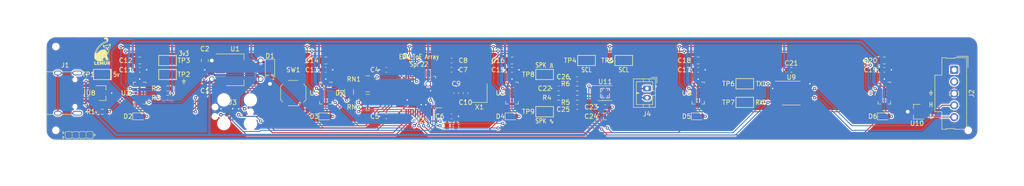
<source format=kicad_pcb>
(kicad_pcb (version 20221018) (generator pcbnew)
  (layers (0 "F.Cu" signal) (31 "B.Cu" signal) (34 "B.Paste" user) (35 "F.Paste" user) (36 "B.SilkS" user "B.Silkscreen") (37 "F.SilkS" user "F.Silkscreen") (38 "B.Mask" user) (39 "F.Mask" user) (44 "Edge.Cuts" user))
  (net 0 "")
  (net 1 "gnd")
  (net 2 "v3v3")
  (net 3 "vusb")
  (net 4 "mcu.swd.swd.reset")
  (net 5 "mcu.ic.swd.swclk")
  (net 6 "i2c_chain_0.scl")
  (net 7 "i2c_chain_0.sda")
  (net 8 "leds_chain_0.0")
  (net 9 "leds_chain_0.1")
  (net 10 "leds_chain_0.2")
  (net 11 "leds_chain_0.3")
  (net 12 "leds_chain_0.4")
  (net 13 "spk_chain_0")
  (net 14 "sw1_chain_0")
  (net 15 "usb_chain_0.d_N")
  (net 16 "usb_chain_0.d_P")
  (net 17 "spk_chain_2.a")
  (net 18 "spk_chain_2.b")
  (net 19 "spk_chain_1")
  (net 20 "mcu.ic.swd.swo")
  (net 21 "res1.a.0")
  (net 22 "res1.a.1")
  (net 23 "res1.a.2")
  (net 24 "res1.a.3")
  (net 25 "res2.a.0")
  (net 26 "leds_chain_0.5")
  (net 27 "leds_chain_0.7")
  (net 28 "leds_chain_0.6")
  (net 29 "res2.a.1")
  (net 30 "res2.a.2")
  (net 31 "res2.a.3")
  (net 32 "usb.S1")
  (net 33 "mcu.gpio.tof_xshut_2")
  (net 34 "mcu.gpio.tof_xshut_1")
  (net 35 "mcu.swd.swd.swdio")
  (net 36 "spk_drv.(adapter)inn_res.b.src")
  (net 37 "can_chain_1.canh")
  (net 38 "can_chain_1.canl")
  (net 39 "can_chain_0.txd")
  (net 40 "can_chain_0.rxd")
  (net 41 "spk_drv.inp_res.a")
  (net 42 "mcu.crystal.crystal.a")
  (net 43 "mcu.ic.osc.xtal_out")
  (net 44 "spk_drv.inn_cap.pos")
  (net 45 "spk_drv.(adapter)inp_res.b.dst")
  (net 46 "tof.xshut.4")
  (net 47 "mcu.gpio.tof_xshut_3")
  (net 48 "tof.xshut.0")
  (footprint "edg:JlcToolingHole_1.152mm" (layer "F.Cu") (at 52 58)
    (fp_text reference "H2" hide)
    (fp_text value "")
  )
  (footprint "edg:JlcToolingHole_1.152mm" (layer "F.Cu") (at 248 58)
    (fp_text reference "H3" hide)
    (fp_text value "")
  )
  (footprint "TestPoint:TestPoint_Keystone_5015_Micro-Minature" (layer "F.Cu") (at 62 46 180)
    (fp_text reference "TP1")
    (fp_text value "C238130")
  )
  (footprint "TestPoint:TestPoint_Keystone_5015_Micro-Minature" (layer "F.Cu") (at 76 46 180)
    (fp_text reference "TP2")
    (fp_text value "C238130")
  )
  (footprint "edg:JlcToolingHole_1.152mm" (layer "F.Cu") (at 52 40)
    (fp_text reference "H1" hide)
    (fp_text value "")
  )
  (footprint "Diode_SMD:D_SOD-123" (layer "F.Cu") (at 98 45 -90)
    (fp_text reference "D1")
    (fp_text value "C499796")
  )
  (footprint "Connector_USB:USB_C_Receptacle_XKB_U262-16XN-4BVC11" (layer "F.Cu") (at 53.5 50 -90)
    (fp_text reference "J1")
    (fp_text value "C165948")
  )
  (footprint "Capacitor_SMD:C_0805_2012Metric" (layer "F.Cu") (at 84 43 90)
    (fp_text reference "C2")
    (fp_text value "C1779")
  )
  (footprint "TestPoint:TestPoint_Keystone_5015_Micro-Minature" (layer "F.Cu") (at 76 43 180)
    (fp_text reference "TP3")
    (fp_text value "C238130")
  )
  (footprint "Capacitor_SMD:C_0603_1608Metric" (layer "F.Cu") (at 84 47 90)
    (fp_text reference "C1")
    (fp_text value "C14663")
  )
  (footprint "Package_TO_SOT_SMD:SOT-23" (layer "F.Cu") (at 62 50)
    (fp_text reference "U8")
    (fp_text value "C87911")
  )
  (footprint "LED_SMD:LED_0603_1608Metric" (layer "F.Cu") (at 70 55)
    (fp_text reference "D2")
    (fp_text value "C2286")
  )
  (footprint "LED_SMD:LED_0603_1608Metric" (layer "F.Cu") (at 110 55)
    (fp_text reference "D3")
    (fp_text value "C2286")
  )
  (footprint "LED_SMD:LED_0603_1608Metric" (layer "F.Cu") (at 150 55)
    (fp_text reference "D4")
    (fp_text value "C2286")
  )
  (footprint "LED_SMD:LED_0603_1608Metric" (layer "F.Cu") (at 190 55)
    (fp_text reference "D5")
    (fp_text value "C2286")
  )
  (footprint "LED_SMD:LED_0603_1608Metric" (layer "F.Cu") (at 230 55)
    (fp_text reference "D6")
    (fp_text value "C2286")
  )
  (footprint "Capacitor_SMD:C_0603_1608Metric" (layer "F.Cu") (at 138 50 90)
    (fp_text reference "C9")
    (fp_text value "C1663")
  )
  (footprint "Capacitor_SMD:C_0603_1608Metric" (layer "F.Cu") (at 140 50 -90)
    (fp_text reference "C10")
    (fp_text value "C1663")
  )
  (footprint "Package_QFP:LQFP-48_7x7mm_P0.5mm" (layer "F.Cu") (at 130 50 180)
    (fp_text reference "U2")
    (fp_text value "C8734")
  )
  (footprint "Capacitor_SMD:C_0805_2012Metric" (layer "F.Cu") (at 137 57)
    (fp_text reference "C3")
    (fp_text value "C1779")
  )
  (footprint "Capacitor_SMD:C_0603_1608Metric" (layer "F.Cu") (at 123 45 180)
    (fp_text reference "C4")
    (fp_text value "C14663")
  )
  (footprint "Capacitor_SMD:C_0603_1608Metric" (layer "F.Cu") (at 137 55)
    (fp_text reference "C6")
    (fp_text value "C14663")
  )
  (footprint "Resistor_SMD:R_0603_1608Metric" (layer "F.Cu") (at 62 54 180)
    (fp_text reference "R1")
    (fp_text value "C22843")
  )
  (footprint "Capacitor_SMD:C_0603_1608Metric" (layer "F.Cu") (at 137 45)
    (fp_text reference "C7")
    (fp_text value "C57112")
  )
  (footprint "Capacitor_SMD:C_0603_1608Metric" (layer "F.Cu") (at 137 43)
    (fp_text reference "C8")
    (fp_text value "C15849")
  )
  (footprint "Resistor_SMD:R_0603_1608Metric" (layer "F.Cu") (at 76 49 180)
    (fp_text reference "R2")
    (fp_text value "C23162")
  )
  (footprint "Connector_JST:JST_PH_B2B-PH-K_1x02_P2.00mm_Vertical" (layer "F.Cu") (at 179 49 -90)
    (fp_text reference "J4")
    (fp_text value "")
  )
  (footprint "Capacitor_SMD:C_0603_1608Metric" (layer "F.Cu") (at 160 49 180)
    (fp_text reference "C22")
    (fp_text value "C1622")
  )
  (footprint "Resistor_SMD:R_0603_1608Metric" (layer "F.Cu") (at 160 51)
    (fp_text reference "R4")
    (fp_text value "C21190")
  )
  (footprint "Capacitor_SMD:C_0805_2012Metric" (layer "F.Cu") (at 170 55 180)
    (fp_text reference "C24")
    (fp_text value "C1779")
  )
  (footprint "Package_SO:MSOP-8-1EP_3x3mm_P0.65mm_EP1.68x1.88mm_ThermalVias" (layer "F.Cu") (at 170 50)
    (fp_text reference "U11")
    (fp_text value "C27396")
  )
  (footprint "Capacitor_SMD:C_0603_1608Metric" (layer "F.Cu") (at 164 47 180)
    (fp_text reference "C26")
    (fp_text value "C15849")
  )
  (footprint "Resistor_SMD:R_0603_1608Metric" (layer "F.Cu") (at 164 49)
    (fp_text reference "R6")
    (fp_text value "C22984")
  )
  (footprint "Capacitor_SMD:C_0603_1608Metric" (layer "F.Cu") (at 164 53 180)
    (fp_text reference "C25")
    (fp_text value "C15849")
  )
  (footprint "Resistor_SMD:R_0603_1608Metric" (layer "F.Cu") (at 164 51)
    (fp_text reference "R5")
    (fp_text value "C22984")
  )
  (footprint "OptoDevice:ST_VL53L0X" (layer "F.Cu") (at 70 50 -90)
    (fp_text reference "U3")
    (fp_text value "C91199")
  )
  (footprint "OptoDevice:ST_VL53L0X" (layer "F.Cu") (at 110 50 -90)
    (fp_text reference "U4")
    (fp_text value "C91199")
  )
  (footprint "OptoDevice:ST_VL53L0X" (layer "F.Cu") (at 150 50 -90)
    (fp_text reference "U5")
    (fp_text value "C91199")
  )
  (footprint "OptoDevice:ST_VL53L0X" (layer "F.Cu") (at 190 50 -90)
    (fp_text reference "U6")
    (fp_text value "C91199")
  )
  (footprint "OptoDevice:ST_VL53L0X" (layer "F.Cu") (at 230 50 -90)
    (fp_text reference "U7")
    (fp_text value "C91199")
  )
  (footprint "Capacitor_SMD:C_0603_1608Metric" (layer "F.Cu") (at 70 45)
    (fp_text reference "C11")
    (fp_text value "C14663")
  )
  (footprint "Capacitor_SMD:C_0805_2012Metric" (layer "F.Cu") (at 70 43)
    (fp_text reference "C12")
    (fp_text value "C1779")
  )
  (footprint "Capacitor_SMD:C_0603_1608Metric" (layer "F.Cu") (at 110 45)
    (fp_text reference "C13")
    (fp_text value "C14663")
  )
  (footprint "Capacitor_SMD:C_0805_2012Metric" (layer "F.Cu") (at 110 43)
    (fp_text reference "C14")
    (fp_text value "C1779")
  )
  (footprint "Capacitor_SMD:C_0603_1608Metric" (layer "F.Cu") (at 150 45)
    (fp_text reference "C15")
    (fp_text value "C14663")
  )
  (footprint "Capacitor_SMD:C_0805_2012Metric" (layer "F.Cu") (at 150 43)
    (fp_text reference "C16")
    (fp_text value "C1779")
  )
  (footprint "Capacitor_SMD:C_0603_1608Metric" (layer "F.Cu") (at 190 45)
    (fp_text reference "C17")
    (fp_text value "C14663")
  )
  (footprint "Capacitor_SMD:C_0805_2012Metric" (layer "F.Cu") (at 190 43)
    (fp_text reference "C18")
    (fp_text value "C1779")
  )
  (footprint "Capacitor_SMD:C_0603_1608Metric" (layer "F.Cu") (at 230 45)
    (fp_text reference "C19")
    (fp_text value "C14663")
  )
  (footprint "Capacitor_SMD:C_0805_2012Metric" (layer "F.Cu") (at 230 43)
    (fp_text reference "C20")
    (fp_text value "C1779")
  )
  (footprint "Crystal_SMD_3225-4Pin_3.2x2.5mm" (layer "F.Cu") (at 143 50 90)
    (fp_text reference "X1")
    (fp_text value "C9002")
  )
  (footprint "Capacitor_SMD:C_0603_1608Metric" (layer "F.Cu") (at 170 53 180)
    (fp_text reference "C23")
    (fp_text value "C14663")
  )
  (footprint "Package_TO_SOT_SMD:SOT-223-3_TabPin2" (layer "F.Cu") (at 90.5 45)
    (fp_text reference "U1")
    (fp_text value "C86781")
  )
  (footprint "edg:Indicator_IdDots_4" (layer "F.Cu") (at 57 59)
    (fp_text reference "2" hide)
    (fp_text value "")
  )
  (footprint "edg:Indicator_LeadFree" (layer "F.Cu") (at 57 57)
    (fp_text reference "1" hide)
    (fp_text value "" hide)
  )
  (footprint "Connector:Tag-Connect_TC2050-IDC-FP_2x05_P1.27mm_Vertical" (layer "F.Cu") (at 90 54 180)
    (fp_text reference "J3")
    (fp_text value "")
  )
  (footprint "Resistor_SMD:R_0603_1608Metric" (layer "F.Cu") (at 76 51 180)
    (fp_text reference "R3")
    (fp_text value "C23162")
  )
  (footprint "Resistor_SMD:R_Array_Concave_4x0603" (layer "F.Cu") (at 119 48)
    (fp_text reference "RN1")
    (fp_text value "C20197")
  )
  (footprint "Resistor_SMD:R_Array_Concave_4x0603" (layer "F.Cu") (at 119 52)
    (fp_text reference "RN2")
    (fp_text value "C20197")
  )
  (footprint "LED_SMD:LED_LiteOn_LTST-C19HE1WT" (layer "F.Cu") (at 115 50 180)
    (fp_text reference "D7")
    (fp_text value "C264517")
  )
  (footprint "edg:Symbol_LemurSmall" (layer "F.Cu") (at 62 41)
    (fp_text reference "U13" hide)
    (fp_text value "" hide)
  )
  (footprint "edg:Symbol_Duckling" (layer "F.Cu") (at 57 41)
    (fp_text reference "U12" hide)
    (fp_text value "" hide)
  )
  (footprint "Capacitor_SMD:C_0603_1608Metric" (layer "F.Cu") (at 123 55 180)
    (fp_text reference "C5")
    (fp_text value "C14663")
  )
  (footprint "TestPoint:TestPoint_Keystone_5015_Micro-Minature" (layer "F.Cu") (at 166 43)
    (fp_text reference "TP4")
    (fp_text value "C238130")
  )
  (footprint "TestPoint:TestPoint_Keystone_5015_Micro-Minature" (layer "F.Cu") (at 174 43)
    (fp_text reference "TP5")
    (fp_text value "C238130")
  )
  (footprint "TestPoint:TestPoint_Keystone_5015_Micro-Minature" (layer "F.Cu") (at 157 46)
    (fp_text reference "TP8")
    (fp_text value "C238130")
  )
  (footprint "TestPoint:TestPoint_Keystone_5015_Micro-Minature" (layer "F.Cu") (at 157 54)
    (fp_text reference "TP9")
    (fp_text value "C238130")
  )
  (footprint "Capacitor_SMD:C_0603_1608Metric" (layer "F.Cu") (at 210 45)
    (fp_text reference "C21")
    (fp_text value "C14663")
  )
  (footprint "Connector_Molex:Molex_SL_171971-0005_1x05_P2.54mm_Vertical" (layer "F.Cu") (at 245 45 -90)
    (fp_text reference "J2")
    (fp_text value "")
  )
  (footprint "TestPoint:TestPoint_Keystone_5015_Micro-Minature" (layer "F.Cu") (at 200 48)
    (fp_text reference "TP6")
    (fp_text value "C238130")
  )
  (footprint "TestPoint:TestPoint_Keystone_5015_Micro-Minature" (layer "F.Cu") (at 200 52)
    (fp_text reference "TP7")
    (fp_text value "C238130")
  )
  (footprint "Package_SO:SO-8_3.9x4.9mm_P1.27mm" (layer "F.Cu") (at 210 50)
    (fp_text reference "U9")
    (fp_text value "C12084")
  )
  (footprint "Package_TO_SOT_SMD:SOT-23" (layer "F.Cu") (at 237 54 180)
    (fp_text reference "U10")
    (fp_text value "")
  )
  (footprint "Button_Switch_SMD:SW_SPST_SKQG_WithoutStem" (layer "F.Cu") (at 103 50 90)
    (fp_text reference "SW1")
    (fp_text value "C318884")
  )
  (gr_arc (start 50 40) (mid 50.585786 38.585786) (end 52 38) (stroke (width 0.05)) (layer "Edge.Cuts"))
  (gr_arc (start 250 58) (mid 249.414214 59.414214) (end 248 60) (stroke (width 0.05)) (layer "Edge.Cuts"))
  (gr_line (start 52 38) (end 248 38) (stroke (width 0.05)) (layer "Edge.Cuts"))
  (gr_line (start 250 58) (end 250 40) (stroke (width 0.05)) (layer "Edge.Cuts"))
  (gr_arc (start 248 38) (mid 249.414214 38.585786) (end 250 40) (stroke (width 0.05)) (layer "Edge.Cuts"))
  (gr_line (start 248 60) (end 52 60) (stroke (width 0.05)) (layer "Edge.Cuts"))
  (gr_line (start 50 40) (end 50 58) (stroke (width 0.05)) (layer "Edge.Cuts"))
  (gr_arc (start 52 60) (mid 50.585786 59.414214) (end 50 58) (stroke (width 0.05)) (layer "Edge.Cuts"))
  (gr_text "3v3" (at 79.5 41.5) (layer "F.SilkS") (effects (font (size 1 0.8))))
  (gr_text "⏚" (at 79.5 47.5) (layer "F.SilkS") (effects (font (size 1 0.8))))
  (gr_text "SCL" (at 166 45) (layer "F.SilkS") (effects (font (size 1 0.8))))
  (gr_text "SPK ∿" (at 157 56) (layer "F.SilkS") (effects (font (size 1 0.8))))
  (gr_text "TXD" (at 203.5 48) (layer "F.SilkS") (effects (font (size 1 0.8))))
  (gr_text "RXD" (at 203.5 52) (layer "F.SilkS") (effects (font (size 1 0.8))))
  (gr_text "H" (at 240 52.5) (layer "F.SilkS") (effects (font (size 1 0.8))))
  (gr_text "⏚" (at 240 50) (layer "F.SilkS") (effects (font (size 1 0.8))))
  (gr_text "EDG ToF Array\nSpr'22" (at 130 43) (layer "F.SilkS") (effects (font (size 1 0.8))))
  (gr_text "L" (at 240 55) (layer "F.SilkS") (effects (font (size 1 0.8))))
  (gr_text "SCL" (at 174 45) (layer "F.SilkS") (effects (font (size 1 0.8))))
  (gr_text "5v" (at 65 46) (layer "F.SilkS") (effects (font (size 1 0.8))))
  (gr_text "SPK ⎍" (at 157 44) (layer "F.SilkS") (effects (font (size 1 0.8))))
  (segment (start 70.775 45) (end 71.5 45) (width 0.25) (layer "F.Cu") (net 1))
  (segment (start 70 48.4) (end 70 47) (width 0.25) (layer "F.Cu") (net 1))
  (segment (start 70.8 50.8) (end 70 50.8) (width 0.25) (layer "F.Cu") (net 1))
  (segment (start 70.8 50) (end 70 50) (width 0.25) (layer "F.Cu") (net 1))
  (segment (start 70 50) (end 70 51.6) (width 0.25) (layer "F.Cu") (net 1))
  (segment (start 70 48.4) (end 70 50) (width 0.25) (layer "F.Cu") (net 1))
  (segment (start 70.79 49.2) (end 70 49.2) (width 0.25) (layer "F.Cu") (net 1))
  (segment (start 110.775 45) (end 111.5 45) (width 0.25) (layer "F.Cu") (net 1))
  (segment (start 110 48.4) (end 110 47) (width 0.25) (layer "F.Cu") (net 1))
  (segment (start 110.8 50.8) (end 110 50.8) (width 0.25) (layer "F.Cu") (net 1))
  (segment (start 110.8 50) (end 110 50) (width 0.25) (layer "F.Cu") (net 1))
  (segment (start 110 50) (end 110 51.6) (width 0.25) (layer "F.Cu") (net 1))
  (segment (start 110 48.4) (end 110 50) (width 0.25) (layer "F.Cu") (net 1))
  (segment (start 110.79 49.2) (end 110 49.2) (width 0.25) (layer "F.Cu") (net 1))
  (segment (start 190.775 45) (end 191.5 45) (width 0.25) (layer "F.Cu") (net 1))
  (segment (start 190 48.4) (end 190 47) (width 0.25) (layer "F.Cu") (net 1))
  (segment (start 190.8 50.8) (end 190 50.8) (width 0.25) (layer "F.Cu") (net 1))
  (segment (start 190.8 50) (end 190 50) (width 0.25) (layer "F.Cu") (net 1))
  (segment (start 190 50) (end 190 51.6) (width 0.25) (layer "F.Cu") (net 1))
  (segment (start 190 48.4) (end 190 50) (width 0.25) (layer "F.Cu") (net 1))
  (segment (start 190.79 49.2) (end 190 49.2) (width 0.25) (layer "F.Cu") (net 1))
  (segment (start 230.775 45) (end 231.5 45) (width 0.25) (layer "F.Cu") (net 1))
  (segment (start 230 48.4) (end 230 47) (width 0.25) (layer "F.Cu") (net 1))
  (segment (start 230.8 50.8) (end 230 50.8) (width 0.25) (layer "F.Cu") (net 1))
  (segment (start 230.8 50) (end 230 50) (width 0.25) (layer "F.Cu") (net 1))
  (segment (start 230 50) (end 230 51.6) (width 0.25) (layer "F.Cu") (net 1))
  (segment (start 230 48.4) (end 230 50) (width 0.25) (layer "F.Cu") (net 1))
  (segment (start 230.79 49.2) (end 230 49.2) (width 0.25) (layer "F.Cu") (net 1))
  (segment (start 150.79 49.2) (end 150 49.2) (width 0.25) (layer "F.Cu") (net 1))
  (segment (start 150.775 44.225) (end 150.95 44.05) (width 0.25) (layer "F.Cu") (net 1))
  (segment (start 91.27 53.365) (end 91.27 53.364988) (width 0.5) (layer "F.Cu") (net 1))
  (segment (start 230.775 45) (end 230.775 44.225) (width 0.25) (layer "F.Cu") (net 1))
  (segment (start 70.95 44.05) (end 70.95 43) (width 0.25) (layer "F.Cu") (net 1))
  (segment (start 150.95 44.05) (end 150.95 43) (width 0.25) (layer "F.Cu") (net 1))
  (segment (start 137.775 45) (end 137.775 43) (width 0.25) (layer "F.Cu") (net 1))
  (segment (start 57.849988 46.65) (end 58.5 45.999988) (width 0.25) (layer "F.Cu") (net 1))
  (segment (start 110.775 44.225) (end 110.95 44.05) (width 0.25) (layer "F.Cu") (net 1))
  (segment (start 206.365 49.365) (end 206 49) (width 0.5) (layer "F.Cu") (net 1))
  (segment (start 137.775 55) (end 138.5 55) (width 0.25) (layer "F.Cu") (net 1))
  (segment (start 230.95 44.05) (end 230.95 43) (width 0.25) (layer "F.Cu") (net 1))
  (segment (start 236 54) (end 235 54) (width 0.5) (layer "F.Cu") (net 1))
  (segment (start 150 48.4) (end 150 50) (width 0.25) (layer "F.Cu") (net 1))
  (segment (start 122.225 45) (end 121.5 45) (width 0.25) (layer "F.Cu") (net 1))
  (segment (start 172.15 49.675) (end 170.325 49.675) (width 0.25) (layer "F.Cu") (net 1))
  (segment (start 130.75 54.1625) (end 130.75 52.75) (width 0.25) (layer "F.Cu") (net 1))
  (segment (start 163.225 47) (end 162.5 47) (width 0.25) (layer "F.Cu") (net 1))
  (segment (start 85.500007 42.500007) (end 85.05 42.05) (width 0.5) (layer "F.Cu") (net 1))
  (segment (start 150.775 45) (end 150.775 44.225) (width 0.25) (layer "F.Cu") (net 1))
  (segment (start 84 45) (end 83 45) (width 0.5) (layer "F.Cu") (net 1))
  (segment (start 63 50) (end 64 50) (width 0.2) (layer "F.Cu") (net 1))
  (segment (start 126.75 52.25) (end 127.5 51.5) (width 0.25) (layer "F.Cu") (net 1))
  (segment (start 122.225 55) (end 121.5 55) (width 0.25) (layer "F.Cu") (net 1))
  (segment (start 127.75 46.75) (end 128.5 47.5) (width 0.25) (layer "F.Cu") (net 1))
  (segment (start 85.7 42.7) (end 85.05 42.05) (width 0.5) (layer "F.Cu") (net 1))
  (segment (start 169.225 53) (end 168.5 53) (width 0.25) (layer "F.Cu") (net 1))
  (segment (start 190.95 44.05) (end 190.95 43) (width 0.25) (layer "F.Cu") (net 1))
  (segment (start 159.225 49) (end 158.5 49) (width 0.25) (layer "F.Cu") (net 1))
  (segment (start 132.25 54.1625) (end 132.25 53.25) (width 0.25) (layer "F.Cu") (net 1))
  (segment (start 90 53.365) (end 90 53.364984) (width 0.5) (layer "F.Cu") (net 1))
  (segment (start 57.17 46.95) (end 57.17 46.65) (width 0.25) (layer "F.Cu") (net 1))
  (segment (start 230.775 44.225) (end 230.95 44.05) (width 0.25) (layer "F.Cu") (net 1))
  (segment (start 70.775 45) (end 70.775 44.225) (width 0.25) (layer "F.Cu") (net 1))
  (segment (start 213.905 48.095) (end 214 48) (width 0.5) (layer "F.Cu") (net 1))
  (segment (start 140 50.775) (end 140 51.5) (width 0.16) (layer "F.Cu") (net 1))
  (segment (start 207.425 49.365) (end 206.365 49.365) (width 0.5) (layer "F.Cu") (net 1))
  (segment (start 84 46.225) (end 84 45) (width 0.5) (layer "F.Cu") (net 1))
  (segment (start 169.05 53.95) (end 169.05 55) (width 0.25) (layer "F.Cu") (net 1))
  (segment (start 137.775 55) (end 137.775 55.775) (width 0.25) (layer "F.Cu") (net 1))
  (segment (start 57.17 46.65) (end 57.849988 46.65) (width 0.25) (layer "F.Cu") (net 1))
  (segment (start 98 46.65) (end 98 48) (width 0.5) (layer "F.Cu") (net 1))
  (segment (start 137.775 55.775) (end 137.95 55.95) (width 0.25) (layer "F.Cu") (net 1))
  (segment (start 110.95 44.05) (end 110.95 43) (width 0.25) (layer "F.Cu") (net 1))
  (segment (start 82 46) (end 76 46) (width 0.5) (layer "F.Cu") (net 1))
  (segment (start 150.8 50) (end 150 50) (width 0.25) (layer "F.Cu") (net 1))
  (segment (start 169.225 53) (end 169.225 53.775) (width 0.25) (layer "F.Cu") (net 1))
  (segment (start 57.17 53.35) (end 57.85 53.35) (width 0.25) (layer "F.Cu") (net 1))
  (segment (start 150.8 50.8) (end 150 50.8) (width 0.25) (layer "F.Cu") (net 1))
  (segment (start 134.1625 49.25) (end 132.75 49.25) (width 0.25) (layer "F.Cu") (net 1))
  (segment (start 138 49.225) (end 138 48.5) (width 0.16) (layer "F.Cu") (net 1))
  (segment (start 85.500007 43) (end 85.500007 42.500007) (width 0.5) (layer "F.Cu") (net 1))
  (segment (start 57.85 53.35) (end 58.5 54) (width 0.25) (layer "F.Cu") (net 1))
  (segment (start 85.05 42.05) (end 84 42.05) (width 0.5) (layer "F.Cu") (net 1))
  (segment (start 169.225 53.775) (end 169.05 53.95) (width 0.25) (layer "F.Cu") (net 1))
  (segment (start 125.8375 52.25) (end 126.75 52.25) (width 0.25) (layer "F.Cu") (net 1))
  (segment (start 150 48.4) (end 150 47) (width 0.25) (layer "F.Cu") (net 1))
  (segment (start 132.25 53.25) (end 131.5 52.5) (width 0.25) (layer "F.Cu") (net 1))
  (segment (start 87.35 42.7) (end 85.7 42.7) (width 0.5) (layer "F.Cu") (net 1))
  (segment (start 132.75 49.25) (end 132.5 49.5) (width 0.25) (layer "F.Cu") (net 1))
  (segment (start 190.775 44.225) (end 190.95 44.05) (width 0.25) (layer "F.Cu") (net 1))
  (segment (start 137.775 45) (end 138.5 45) (width 0.25) (layer "F.Cu") (net 1))
  (segment (start 137.95 55.95) (end 137.95 57) (width 0.25) (layer "F.Cu") (net 1))
  (segment (start 150 50) (end 150 51.6) (width 0.25) (layer "F.Cu") (net 1))
  (segment (start 57.17 53.35) (end 57.17 53.05) (width 0.25) (layer "F.Cu") (net 1))
  (segment (start 83 45) (end 82 46) (width 0.5) (layer "F.Cu") (net 1))
  (segment (start 150.775 45) (end 151.5 45) (width 0.25) (layer "F.Cu") (net 1))
  (segment (start 190.775 45) (end 190.775 44.225) (width 0.25) (layer "F.Cu") (net 1))
  (segment (start 87.46 53.365) (end 87.459993 53.365007) (width 0.5) (layer "F.Cu") (net 1))
  (segment (start 110.775 45) (end 110.775 44.225) (width 0.25) (layer "F.Cu") (net 1))
  (segment (start 70.775 44.225) (end 70.95 44.05) (width 0.25) (layer "F.Cu") (net 1))
  (segment (start 127.75 45.8375) (end 127.75 46.75) (width 0.25) (layer "F.Cu") (net 1))
  (segment (start 212.575 48.095) (end 213.905 48.095) (width 0.5) (layer "F.Cu") (net 1))
  (segment (start 170.325 49.675) (end 170 50) (width 0.25) (layer "F.Cu") (net 1))
  (segment (start 130.75 52.75) (end 130.5 52.5) (width 0.25) (layer "F.Cu") (net 1))
  (via (at 70 47) (size 0.7) (drill 0.3) (layers "F.Cu" "B.Cu") (net 1))
  (via (at 110 47) (size 0.7) (drill 0.3) (layers "F.Cu" "B.Cu") (net 1))
  (via (at 190 47) (size 0.7) (drill 0.3) (layers "F.Cu" "B.Cu") (net 1))
  (via (at 230 47) (size 0.7) (drill 0.3) (layers "F.Cu" "B.Cu") (net 1))
  (via (at 84 45) (size 0.7) (drill 0.3) (layers "F.Cu" "B.Cu") (net 1))
  (via (at 191.5 45) (size 0.7) (drill 0.3) (layers "F.Cu" "B.Cu") (net 1))
  (via (at 132.5 49.5) (size 0.7) (drill 0.3) (layers "F.Cu" "B.Cu") (net 1))
  (via (at 151.5 45) (size 0.7) (drill 0.3) (layers "F.Cu" "B.Cu") (net 1))
  (via (at 90 53.364984) (size 0.7) (drill 0.3) (layers "F.Cu" "B.Cu") (net 1))
  (via (at 58.5 54) (size 0.7) (drill 0.3) (layers "F.Cu" "B.Cu") (net 1))
  (via (at 98 48) (size 1.2) (drill 0.8) (layers "F.Cu" "B.Cu") (net 1))
  (via (at 128.5 47.5) (size 0.7) (drill 0.3) (layers "F.Cu" "B.Cu") (net 1))
  (via (at 85.500007 43) (size 1.2) (drill 0.8) (layers "F.Cu" "B.Cu") (net 1))
  (via (at 214 48) (size 0.7) (drill 0.3) (layers "F.Cu" "B.Cu") (net 1))
  (via (at 235 54) (size 1.2) (drill 0.8) (layers "F.Cu" "B.Cu") (net 1))
  (via (at 231.5 45) (size 0.7) (drill 0.3) (layers "F.Cu" "B.Cu") (net 1))
  (via (at 138.5 55) (size 0.7) (drill 0.3) (layers "F.Cu" "B.Cu") (net 1))
  (via (at 138.5 45) (size 0.7) (drill 0.3) (layers "F.Cu" "B.Cu") (net 1))
  (via (at 121.5 45) (size 0.7) (drill 0.3) (layers "F.Cu" "B.Cu") (net 1))
  (via (at 121.5 55) (size 0.7) (drill 0.3) (layers "F.Cu" "B.Cu") (net 1))
  (via (at 150 47) (size 0.7) (drill 0.3) (layers "F.Cu" "B.Cu") (net 1))
  (via (at 138 48.5) (size 0.7) (drill 0.3) (layers "F.Cu" "B.Cu") (net 1))
  (via (at 130.5 52.5) (size 0.7) (drill 0.3) (layers "F.Cu" "B.Cu") (net 1))
  (via (at 111.5 45) (size 0.7) (drill 0.3) (layers "F.Cu" "B.Cu") (net 1))
  (via (at 140 51.5) (size 0.7) (drill 0.3) (layers "F.Cu" "B.Cu") (net 1))
  (via (at 71.5 45) (size 0.7) (drill 0.3) (layers "F.Cu" "B.Cu") (net 1))
  (via (at 168.5 53) (size 0.7) (drill 0.3) (layers "F.Cu" "B.Cu") (net 1))
  (via (at 162.5 47) (size 0.7) (drill 0.3) (layers "F.Cu" "B.Cu") (net 1))
  (via (at 87.459993 53.365007) (size 0.7) (drill 0.3) (layers "F.Cu" "B.Cu") (net 1))
  (via (at 206 49) (size 0.7) (drill 0.3) (layers "F.Cu" "B.Cu") (net 1))
  (via (at 158.5 49) (size 0.7) (drill 0.3) (layers "F.Cu" "B.Cu") (net 1))
  (via (at 58.5 45.999988) (size 0.7) (drill 0.3) (layers "F.Cu" "B.Cu") (net 1))
  (via (at 64 50) (size 0.7) (drill 0.3) (layers "F.Cu" "B.Cu") (net 1))
  (via (at 127.5 51.5) (size 0.7) (drill 0.3) (layers "F.Cu" "B.Cu") (net 1))
  (via (at 131.5 52.5) (size 0.7) (drill 0.3) (layers "F.Cu" "B.Cu") (net 1))
  (via (at 91.27 53.364988) (size 0.7) (drill 0.3) (layers "F.Cu" "B.Cu") (net 1))
  (segment (start 69.225 45) (end 68.5 45) (width 0.25) (layer "F.Cu") (net 2))
  (segment (start 69.225 45) (end 69.225 46.775) (width 0.25) (layer "F.Cu") (net 2))
  (segment (start 69.2 46.8) (end 69.2 48.4) (width 0.25) (layer "F.Cu") (net 2))
  (segment (start 69.225 46.775) (end 69.2 46.8) (width 0.25) (layer "F.Cu") (net 2))
  (segment (start 70.8 48.4) (end 70.8 46.8) (width 0.25) (layer "F.Cu") (net 2))
  (segment (start 70.8 46.8) (end 70 46) (width 0.25) (layer "F.Cu") (net 2))
  (segment (start 70 46) (end 69.225 46) (width 0.25) (layer "F.Cu") (net 2))
  (segment (start 109.225 45) (end 108.5 45) (width 0.25) (layer "F.Cu") (net 2))
  (segment (start 109.225 45) (end 109.225 46.775) (width 0.25) (layer "F.Cu") (net 2))
  (segment (start 109.2 46.8) (end 109.2 48.4) (width 0.25) (layer "F.Cu") (net 2))
  (segment (start 109.225 46.775) (end 109.2 46.8) (width 0.25) (layer "F.Cu") (net 2))
  (segment (start 110.8 48.4) (end 110.8 46.8) (width 0.25) (layer "F.Cu") (net 2))
  (segment (start 110.8 46.8) (end 110 46) (width 0.25) (layer "F.Cu") (net 2))
  (segment (start 110 46) (end 109.225 46) (width 0.25) (layer "F.Cu") (net 2))
  (segment (start 189.225 45) (end 188.5 45) (width 0.25) (layer "F.Cu") (net 2))
  (segment (start 189.225 45) (end 189.225 46.775) (width 0.25) (layer "F.Cu") (net 2))
  (segment (start 189.2 46.8) (end 189.2 48.4) (width 0.25) (layer "F.Cu") (net 2))
  (segment (start 189.225 46.775) (end 189.2 46.8) (width 0.25) (layer "F.Cu") (net 2))
  (segment (start 190.8 48.4) (end 190.8 46.8) (width 0.25) (layer "F.Cu") (net 2))
  (segment (start 190.8 46.8) (end 190 46) (width 0.25) (layer "F.Cu") (net 2))
  (segment (start 190 46) (end 189.225 46) (width 0.25) (layer "F.Cu") (net 2))
  (segment (start 229.225 45) (end 228.5 45) (width 0.25) (layer "F.Cu") (net 2))
  (segment (start 229.225 45) (end 229.225 46.775) (width 0.25) (layer "F.Cu") (net 2))
  (segment (start 229.2 46.8) (end 229.2 48.4) (width 0.25) (layer "F.Cu") (net 2))
  (segment (start 229.225 46.775) (end 229.2 46.8) (width 0.25) (layer "F.Cu") (net 2))
  (segment (start 230.8 48.4) (end 230.8 46.8) (width 0.25) (layer "F.Cu") (net 2))
  (segment (start 230.8 46.8) (end 230 46) (width 0.25) (layer "F.Cu") (net 2))
  (segment (start 230 46) (end 229.225 46) (width 0.25) (layer "F.Cu") (net 2))
  (segment (start 127.25 52.75) (end 127 53) (width 0.25) (layer "F.Cu") (net 2))
  (segment (start 131 49) (end 130 50) (width 0.25) (layer "F.Cu") (net 2))
  (segment (start 110.7875 55) (end 111.5 55) (width 0.2) (layer "F.Cu") (net 2))
  (segment (start 93.65 46) (end 95 46) (width 0.5) (layer "F.Cu") (net 2))
  (segment (start 86 45) (end 87.35 45) (width 0.5) (layer "F.Cu") (net 2))
  (segment (start 76 43) (end 80 43) (width 0.5) (layer "F.Cu") (net 2))
  (segment (start 149.225 45) (end 149.225 44.225) (width 0.25) (layer "F.Cu") (net 2))
  (segment (start 149.225 45) (end 148.5 45) (width 0.25) (layer "F.Cu") (net 2))
  (segment (start 127.25 47.25) (end 127.5 47.5) (width 0.25) (layer "F.Cu") (net 2))
  (segment (start 131 51) (end 132.5 52.5) (width 0.25) (layer "F.Cu") (net 2))
  (segment (start 127 47) (end 125 45) (width 0.25) (layer "F.Cu") (net 2))
  (segment (start 149.225 44.225) (end 149.05 44.05) (width 0.25) (layer "F.Cu") (net 2))
  (segment (start 189.225 44.225) (end 189.05 44.05) (width 0.25) (layer "F.Cu") (net 2))
  (segment (start 114.575 50.725) (end 114.575 51.425) (width 0.2) (layer "F.Cu") (net 2))
  (segment (start 127.5 47.5) (end 127 47) (width 0.25) (layer "F.Cu") (net 2))
  (segment (start 150.8 46.8) (end 150 46) (width 0.25) (layer "F.Cu") (net 2))
  (segment (start 69.05 44.05) (end 69.05 43) (width 0.25) (layer "F.Cu") (net 2))
  (segment (start 114.575 51.425) (end 114.5 51.5) (width 0.2) (layer "F.Cu") (net 2))
  (segment (start 130 50) (end 131 51) (width 0.25) (layer "F.Cu") (net 2))
  (segment (start 76.825 50.175) (end 77 50) (width 0.25) (layer "F.Cu") (net 2))
  (segment (start 92.54 53.365) (end 92.539989 53.364989) (width 0.25) (layer "F.Cu") (net 2))
  (segment (start 207.425 50.635) (end 208.365 50.635) (width 0.5) (layer "F.Cu") (net 2))
  (segment (start 109.225 44.225) (end 109.05 44.05) (width 0.25) (layer "F.Cu") (net 2))
  (segment (start 93.65 44) (end 95 44) (width 0.5) (layer "F.Cu") (net 2))
  (segment (start 127.25 45.8375) (end 127.25 46.75) (width 0.25) (layer "F.Cu") (net 2))
  (segment (start 109.05 44.05) (end 109.05 43) (width 0.25) (layer "F.Cu") (net 2))
  (segment (start 84 43.95) (end 84.95 43.95) (width 0.5) (layer "F.Cu") (net 2))
  (segment (start 149.05 44.05) (end 149.05 43) (width 0.25) (layer "F.Cu") (net 2))
  (segment (start 230.7875 55) (end 231.5 55) (width 0.2) (layer "F.Cu") (net 2))
  (segment (start 189.225 45) (end 189.225 44.225) (width 0.25) (layer "F.Cu") (net 2))
  (segment (start 95 46) (end 96 47) (width 0.5) (layer "F.Cu") (net 2))
  (segment (start 127.5 52.5) (end 129 51) (width 0.25) (layer "F.Cu") (net 2))
  (segment (start 209.225 45) (end 208.5 45) (width 0.5) (layer "F.Cu") (net 2))
  (segment (start 136.225 55.775) (end 136.05 55.95) (width 0.25) (layer "F.Cu") (net 2))
  (segment (start 150.7875 55) (end 151.5 55) (width 0.2) (layer "F.Cu") (net 2))
  (segment (start 76.825 50.175) (end 76.825 51) (width 0.25) (layer "F.Cu") (net 2))
  (segment (start 76.825 49) (end 76.825 50.175) (width 0.25) (layer "F.Cu") (net 2))
  (segment (start 62.825 54) (end 63.5 54) (width 0.2) (layer "F.Cu") (net 2))
  (segment (start 133.25 52.75) (end 133 53) (width 0.25) (layer "F.Cu") (net 2))
  (segment (start 133 53) (end 135 55) (width 0.25) (layer "F.Cu") (net 2))
  (segment (start 135 45) (end 136.225 45) (width 0.25) (layer "F.Cu") (net 2))
  (segment (start 131.25 48.75) (end 133 47) (width 0.25) (layer "F.Cu") (net 2))
  (segment (start 133 47) (end 135 45) (width 0.25) (layer "F.Cu") (net 2))
  (segment (start 127.25 46.75) (end 127 47) (width 0.25) (layer "F.Cu") (net 2))
  (segment (start 93.65 45) (end 93.65 46) (width 0.5) (layer "F.Cu") (net 2))
  (segment (start 136.225 45) (end 136.225 43) (width 0.25) (layer "F.Cu") (net 2))
  (segment (start 132.75 48.75) (end 134.1625 48.75) (width 0.25) (layer "F.Cu") (net 2))
  (segment (start 80 43) (end 80.95 43.95) (width 0.5) (layer "F.Cu") (net 2))
  (segment (start 149.2 46.8) (end 149.2 48.4) (width 0.25) (layer "F.Cu") (net 2))
  (segment (start 132.75 52.75) (end 133 53) (width 0.25) (layer "F.Cu") (net 2))
  (segment (start 208.5 45) (end 208.5 46.5) (width 0.5) (layer "F.Cu") (net 2))
  (segment (start 76.825 49) (end 76.825 49.825) (width 0.25) (layer "F.Cu") (net 2))
  (segment (start 127 53) (end 125 55) (width 0.25) (layer "F.Cu") (net 2))
  (segment (start 209 50) (end 209 47) (width 0.5) (layer "F.Cu") (net 2))
  (segment (start 132.75 53.25) (end 133 53) (width 0.25) (layer "F.Cu") (net 2))
  (segment (start 134.1625 52.75) (end 133.25 52.75) (width 0.25) (layer "F.Cu") (net 2))
  (segment (start 95 44) (end 96 43) (width 0.5) (layer "F.Cu") (net 2))
  (segment (start 150 46) (end 149.225 46) (width 0.25) (layer "F.Cu") (net 2))
  (segment (start 135 55) (end 136.225 55) (width 0.25) (layer "F.Cu") (net 2))
  (segment (start 136.05 55.95) (end 136.05 57) (width 0.25) (layer "F.Cu") (net 2))
  (segment (start 208.365 50.635) (end 209 50) (width 0.5) (layer "F.Cu") (net 2))
  (segment (start 131.25 48.75) (end 131 49) (width 0.25) (layer "F.Cu") (net 2))
  (segment (start 125 45) (end 123.775 45) (width 0.25) (layer "F.Cu") (net 2))
  (segment (start 129 49) (end 130 50) (width 0.25) (layer "F.Cu") (net 2))
  (segment (start 127.5 47.5) (end 129 49) (width 0.25) (layer "F.Cu") (net 2))
  (segment (start 127.25 52.75) (end 127.5 52.5) (width 0.25) (layer "F.Cu") (net 2))
  (segment (start 132.75 54.1625) (end 132.75 53.25) (width 0.25) (layer "F.Cu") (net 2))
  (segment (start 84.95 43.95) (end 86 45) (width 0.5) (layer "F.Cu") (net 2))
  (segment (start 98 43.35) (end 95.65 43.35) (width 0.5) (layer "F.Cu") (net 2))
  (segment (start 189.05 44.05) (end 189.05 43) (width 0.25) (layer "F.Cu") (net 2))
  (segment (start 95.65 43.35) (end 95 44) (width 0.5) (layer "F.Cu") (net 2))
  (segment (start 229.225 45) (end 229.225 44.225) (width 0.25) (layer "F.Cu") (net 2))
  (segment (start 149.225 46.775) (end 149.2 46.8) (width 0.25) (layer "F.Cu") (net 2))
  (segment (start 109.225 45) (end 109.225 44.225) (width 0.25) (layer "F.Cu") (net 2))
  (segment (start 69.225 44.225) (end 69.05 44.05) (width 0.25) (layer "F.Cu") (net 2))
  (segment (start 229.225 44.225) (end 229.05 44.05) (width 0.25) (layer "F.Cu") (net 2))
  (segment (start 80.95 43.95) (end 84 43.95) (width 0.5) (layer "F.Cu") (net 2))
  (segment (start 125 55) (end 123.775 55) (width 0.25) (layer "F.Cu") (net 2))
  (segment (start 94.15 45) (end 87.85 45) (width 0.5) (layer "F.Cu") (net 2))
  (segment (start 190.7875 55) (end 191.5 55) (width 0.2) (layer "F.Cu") (net 2))
  (segment (start 132 48) (end 132.75 48.75) (width 0.25) (layer "F.Cu") (net 2))
  (segment (start 129 51) (end 130 50) (width 0.25) (layer "F.Cu") (net 2))
  (segment (start 229.05 44.05) (end 229.05 43) (width 0.25) (layer "F.Cu") (net 2))
  (segment (start 150.8 48.4) (end 150.8 46.8) (width 0.25) (layer "F.Cu") (net 2))
  (segment (start 70.7875 55) (end 71.5 55) (width 0.2) (layer "F.Cu") (net 2))
  (segment (start 136.225 55) (end 136.225 55.775) (width 0.25) (layer "F.Cu") (net 2))
  (segment (start 132.75 52.75) (end 132.5 52.5) (width 0.25) (layer "F.Cu") (net 2))
  (segment (start 208.5 46.5) (end 209 47) (width 0.5) (layer "F.Cu") (net 2))
  (segment (start 125.8375 52.75) (end 126.75 52.75) (width 0.25) (layer "F.Cu") (net 2))
  (segment (start 69.225 45) (end 69.225 44.225) (width 0.25) (layer "F.Cu") (net 2))
  (segment (start 126.75 52.75) (end 127 53) (width 0.25) (layer "F.Cu") (net 2))
  (segment (start 149.225 45) (end 149.225 46.775) (width 0.25) (layer "F.Cu") (net 2))
  (segment (start 93.65 45) (end 93.65 44) (width 0.5) (layer "F.Cu") (net 2))
  (via (at 151.5 55) (size 0.7) (drill 0.3) (layers "F.Cu" "B.Cu") (net 2))
  (via (at 92.539989 53.364989) (size 0.7) (drill 0.3) (layers "F.Cu" "B.Cu") (net 2))
  (via (at 68.5 45) (size 0.7) (drill 0.3) (layers "F.Cu" "B.Cu") (net 2))
  (via (at 114.5 51.5) (size 0.7) (drill 0.3) (layers "F.Cu" "B.Cu") (net 2))
  (via (at 132 48) (size 1.2) (drill 0.8) (layers "F.Cu" "B.Cu") (net 2))
  (via (at 108.5 45) (size 0.7) (drill 0.3) (layers "F.Cu" "B.Cu") (net 2))
  (via (at 96 47) (size 1.2) (drill 0.8) (layers "F.Cu" "B.Cu") (net 2))
  (via (at 231.5 55) (size 0.7) (drill 0.3) (layers "F.Cu" "B.Cu") (net 2))
  (via (at 111.5 55) (size 0.7) (drill 0.3) (layers "F.Cu" "B.Cu") (net 2))
  (via (at 188.5 45) (size 0.7) (drill 0.3) (layers "F.Cu" "B.Cu") (net 2))
  (via (at 96 43) (size 1.2) (drill 0.8) (layers "F.Cu" "B.Cu") (net 2))
  (via (at 77 50) (size 0.7) (drill 0.3) (layers "F.Cu" "B.Cu") (net 2))
  (via (at 191.5 55) (size 0.7) (drill 0.3) (layers "F.Cu" "B.Cu") (net 2))
  (via (at 208.5 45) (size 0.7) (drill 0.3) (layers "F.Cu" "B.Cu") (net 2))
  (via (at 63.5 54) (size 0.7) (drill 0.3) (layers "F.Cu" "B.Cu") (net 2))
  (via (at 148.5 45) (size 0.7) (drill 0.3) (layers "F.Cu" "B.Cu") (net 2))
  (via (at 228.5 45) (size 0.7) (drill 0.3) (layers "F.Cu" "B.Cu") (net 2))
  (via (at 71.5 55) (size 0.7) (drill 0.3) (layers "F.Cu" "B.Cu") (net 2))
  (segment (start 225 39) (end 228.5 42.5) (width 0.5) (layer "B.Cu") (net 2))
  (segment (start 110 53.5) (end 111.5 55) (width 0.25) (layer "B.Cu") (net 2))
  (segment (start 64.5 48) (end 66.75 50.25) (width 0.25) (layer "B.Cu") (net 2))
  (segment (start 208.5 39) (end 225 39) (width 0.5) (layer "B.Cu") (net 2))
  (segment (start 108.5 39) (end 131 39) (width 0.5) (layer "B.Cu") (net 2))
  (segment (start 208.5 45) (end 208.5 39) (width 0.5) (layer "B.Cu") (net 2))
  (segment (start 67 50.5) (end 64.5 48) (width 0.25) (layer "B.Cu") (net 2))
  (segment (start 77 39) (end 68.5 39) (width 0.5) (layer "B.Cu") (net 2))
  (segment (start 94 39) (end 108.5 39) (width 0.5) (layer "B.Cu") (net 2))
  (segment (start 94 39) (end 94 42) (width 0.5) (layer "B.Cu") (net 2))
  (segment (start 94 42) (end 95 43) (width 0.5) (layer "B.Cu") (net 2))
  (segment (start 150 49) (end 150 53.5) (width 0.25) (layer "B.Cu") (net 2))
  (segment (start 228.5 42.5) (end 228.5 45) (width 0.5) (layer "B.Cu") (net 2))
  (segment (start 64 41) (end 64 45.5) (width 0.25) (layer "B.Cu") (net 2))
  (segment (start 148.5 45) (end 148.5 39) (width 0.5) (layer "B.Cu") (net 2))
  (segment (start 64 45.5) (end 64 47) (width 0.25) (layer "B.Cu") (net 2))
  (segment (start 148.5 39) (end 208.5 39) (width 0.5) (layer "B.Cu") (net 2))
  (segment (start 108.5 45) (end 108.5 47.75) (width 0.25) (layer "B.Cu") (net 2))
  (segment (start 132 39) (end 148.5 39) (width 0.5) (layer "B.Cu") (net 2))
  (segment (start 150 53.5) (end 151.5 55) (width 0.25) (layer "B.Cu") (net 2))
  (segment (start 63.5 54) (end 66.25 51.25) (width 0.25) (layer "B.Cu") (net 2))
  (segment (start 188.5 47.5) (end 190 49) (width 0.25) (layer "B.Cu") (net 2))
  (segment (start 66 39) (end 68.5 39) (width 0.25) (layer "B.Cu") (net 2))
  (segment (start 109.75 49) (end 112 49) (width 0.25) (layer "B.Cu") (net 2))
  (segment (start 94 39) (end 77 39) (width 0.5) (layer "B.Cu") (net 2))
  (segment (start 190 49) (end 190 53.5) (width 0.25) (layer "B.Cu") (net 2))
  (segment (start 230 53.5) (end 231.5 55) (width 0.25) (layer "B.Cu") (net 2))
  (segment (start 92 51) (end 96 47) (width 0.25) (layer "B.Cu") (net 2))
  (segment (start 66.25 51.25) (end 66.75 50.75) (width 0.25) (layer "B.Cu") (net 2))
  (segment (start 132 39) (end 132 48) (width 0.5) (layer "B.Cu") (net 2))
  (segment (start 64 47.5) (end 64 46.5) (width 0.25) (layer "B.Cu") (net 2))
  (segment (start 230 49) (end 230 53.5) (width 0.25) (layer "B.Cu") (net 2))
  (segment (start 66.75 50.75) (end 67 50.5) (width 0.25) (layer "B.Cu") (net 2))
  (segment (start 64 46.5) (end 64 45.5) (width 0.25) (layer "B.Cu") (net 2))
  (segment (start 188.5 45) (end 188.5 47.5) (width 0.25) (layer "B.Cu") (net 2))
  (segment (start 110 49) (end 110 53.5) (width 0.25) (layer "B.Cu") (net 2))
  (segment (start 95 43) (end 96 43) (width 0.5) (layer "B.Cu") (net 2))
  (segment (start 148.5 47.5) (end 150 49) (width 0.25) (layer "B.Cu") (net 2))
  (segment (start 148.5 45) (end 148.5 47.5) (width 0.25) (layer "B.Cu") (net 2))
  (segment (start 114.5 51.5) (end 112 49) (width 0.25) (layer "B.Cu") (net 2))
  (segment (start 188.5 45) (end 188.5 39) (width 0.5) (layer "B.Cu") (net 2))
  (segment (start 131 39) (end 132 39) (width 0.5) (layer "B.Cu") (net 2))
  (segment (start 68.5 45) (end 68.5 39) (width 0.5) (layer "B.Cu") (net 2))
  (segment (start 64 41) (end 66 39) (width 0.25) (layer "B.Cu") (net 2))
  (segment (start 77 50) (end 77 39) (width 0.5) (layer "B.Cu") (net 2))
  (segment (start 228.5 47.5) (end 230 49) (width 0.25) (layer "B.Cu") (net 2))
  (segment (start 228.5 45) (end 228.5 47.5) (width 0.25) (layer "B.Cu") (net 2))
  (segment (start 108.5 47.75) (end 109.75 49) (width 0.25) (layer "B.Cu") (net 2))
  (segment (start 92 52.825) (end 92 51) (width 0.25) (layer "B.Cu") (net 2))
  (segment (start 190 53.5) (end 191.5 55) (width 0.25) (layer "B.Cu") (net 2))
  (segment (start 108.5 45) (end 108.5 39) (width 0.5) (layer "B.Cu") (net 2))
  (segment (start 92.539989 53.364989) (end 92 52.825) (width 0.25) (layer "B.Cu") (net 2))
  (segment (start 71.5 55) (end 64 47.5) (width 0.25) (layer "B.Cu") (net 2))
  (segment (start 57.17 47.75) (end 58.25 47.75) (width 0.25) (layer "F.Cu") (net 3))
  (segment (start 57.17 52.55) (end 57.17 52.25) (width 0.25) (layer "F.Cu") (net 3))
  (segment (start 85.7 47.3) (end 85.225 47.775) (width 0.5) (layer "F.Cu") (net 3))
  (segment (start 85.5 47.5) (end 85.225 47.775) (width 0.5) (layer "F.Cu") (net 3))
  (segment (start 61.5 47.5) (end 62 47) (width 0.25) (layer "F.Cu") (net 3))
  (segment (start 87.35 47.3) (end 85.7 47.3) (width 0.5) (layer "F.Cu") (net 3))
  (segment (start 58.25 52.25) (end 58.5 52.5) (width 0.25) (layer "F.Cu") (net 3))
  (segment (start 167.025 49.025) (end 166.5 48.5) (width 0.25) (layer "F.Cu") (net 3))
  (segment (start 171.125001 51.874999) (end 170.775 52.225) (width 0.25) (layer "F.Cu") (net 3))
  (segment (start 85.225 47.775) (end 84 47.775) (width 0.5) (layer "F.Cu") (net 3))
  (segment (start 62 47) (end 62 46) (width 0.25) (layer "F.Cu") (net 3))
  (segment (start 171.125001 50.524999) (end 171.125001 51.874999) (width 0.25) (layer "F.Cu") (net 3))
  (segment (start 170.775 53.775) (end 170.95 53.95) (width 0.25) (layer "F.Cu") (net 3))
  (segment (start 58.25 47.75) (end 58.5 47.5) (width 0.25) (layer "F.Cu") (net 3))
  (segment (start 167.85 49.025) (end 167.025 49.025) (width 0.25) (layer "F.Cu") (net 3))
  (segment (start 57.17 47.45) (end 57.17 47.75) (width 0.25) (layer "F.Cu") (net 3))
  (segment (start 170.775 53) (end 170.775 53.775) (width 0.25) (layer "F.Cu") (net 3))
  (segment (start 171.325 50.325) (end 171.125001 50.524999) (width 0.25) (layer "F.Cu") (net 3))
  (segment (start 85.5 47) (end 85.5 47.5) (width 0.5) (layer "F.Cu") (net 3))
  (segment (start 172.15 50.325) (end 171.325 50.325) (width 0.25) (layer "F.Cu") (net 3))
  (segment (start 58.5 47.5) (end 61.5 47.5) (width 0.25) (layer "F.Cu") (net 3))
  (segment (start 57.17 52.25) (end 58.25 52.25) (width 0.25) (layer "F.Cu") (net 3))
  (segment (start 170.775 52.225) (end 170.775 53) (width 0.25) (layer "F.Cu") (net 3))
  (segment (start 170.775 53) (end 171.5 53) (width 0.25) (layer "F.Cu") (net 3))
  (segment (start 170.95 53.95) (end 170.95 55) (width 0.25) (layer "F.Cu") (net 3))
  (via (at 58.5 47.5) (size 0.7) (drill 0.3) (layers "F.Cu" "B.Cu") (net 3))
  (via (at 171.5 53) (size 0.7) (drill 0.3) (layers "F.Cu" "B.Cu") (net 3))
  (via (at 85.5 47) (size 1.2) (drill 0.8) (layers "F.Cu" "B.Cu") (net 3))
  (via (at 58.5 52.5) (size 0.7) (drill 0.3) (layers "F.Cu" "B.Cu") (net 3))
  (via (at 166.5 48.5) (size 0.7) (drill 0.3) (layers "F.Cu" "B.Cu") (net 3))
  (segment (start 85 59) (end 85 47.5) (width 0.5) (layer "B.Cu") (net 3))
  (segment (start 165.5 59) (end 166.5 58) (width 0.5) (layer "B.Cu") (net 3))
  (segment (start 166.5 58) (end 169.25 55.25) (width 0.5) (layer "B.Cu") (net 3))
  (segment (start 166.5 52.5) (end 169.25 55.25) (width 0.25) (layer "B.Cu") (net 3))
  (segment (start 58.5 52.5) (end 58.5 47.5) (width 0.5) (layer "B.Cu") (net 3))
  (segment (start 65 59) (end 83 59) (width 0.5) (layer "B.Cu") (net 3))
  (segment (start 166.5 48.5) (end 166.5 52.5) (width 0.25) (layer "B.Cu") (net 3))
  (segment (start 83 59) (end 165.5 59) (width 0.5) (layer "B.Cu") (net 3))
  (segment (start 58.5 52.5) (end 65 59) (width 0.5) (layer "B.Cu") (net 3))
  (segment (start 83 59) (end 85 59) (width 0.5) (layer "B.Cu") (net 3))
  (segment (start 169.25 55.25) (end 171.5 53) (width 0.5) (layer "B.Cu") (net 3))
  (segment (start 85 47.5) (end 85.5 47) (width 0.5) (layer "B.Cu") (net 3))
  (segment (start 132.5 50.600611) (end 132.5 51.5) (width 0.2) (layer "F.Cu") (net 4))
  (segment (start 133.350611 49.75) (end 132.5 50.600611) (width 0.2) (layer "F.Cu") (net 4))
  (segment (start 87.46 54.635) (end 87.459991 54.634991) (width 0.2) (layer "F.Cu") (net 4))
  (segment (start 134.1625 49.75) (end 133.350611 49.75) (width 0.2) (layer "F.Cu") (net 4))
  (via (at 87.459991 54.634991) (size 0.7) (drill 0.3) (layers "F.Cu" "B.Cu") (net 4))
  (via (at 132.5 51.5) (size 0.7) (drill 0.3) (layers "F.Cu" "B.Cu") (net 4))
  (segment (start 95.75 58.25) (end 96 58) (width 0.2) (layer "B.Cu") (net 4))
  (segment (start 133 52) (end 132.5 51.5) (width 0.2) (layer "B.Cu") (net 4))
  (segment (start 133 57) (end 133 52) (width 0.2) (layer "B.Cu") (net 4))
  (segment (start 87.459991 54.634991) (end 88.634991 54.634991) (width 0.2) (layer "B.Cu") (net 4))
  (segment (start 96 58) (end 132 58) (width 0.2) (layer "B.Cu") (net 4))
  (segment (start 132 58) (end 133 57) (width 0.2) (layer "B.Cu") (net 4))
  (segment (start 92.25 58.25) (end 95.75 58.25) (width 0.2) (layer "B.Cu") (net 4))
  (segment (start 88.634991 54.634991) (end 92.25 58.25) (width 0.2) (layer "B.Cu") (net 4))
  (segment (start 91.27 54.635) (end 91.269994 54.635006) (width 0.2) (layer "F.Cu") (net 5))
  (segment (start 96 56) (end 98.5 58.5) (width 0.2) (layer "F.Cu") (net 5))
  (segment (start 98.5 58.5) (end 124.5 58.5) (width 0.2) (layer "F.Cu") (net 5))
  (segment (start 127.25 55.75) (end 127.25 54.1625) (width 0.2) (layer "F.Cu") (net 5))
  (segment (start 95.999956 56) (end 96 56) (width 0.2) (layer "F.Cu") (net 5))
  (segment (start 124.5 58.5) (end 127.25 55.75) (width 0.2) (layer "F.Cu") (net 5))
  (via (at 91.269994 54.635006) (size 0.7) (drill 0.3) (layers "F.Cu" "B.Cu") (net 5))
  (via (at 95.999956 56) (size 0.7) (drill 0.3) (layers "F.Cu" "B.Cu") (net 5))
  (segment (start 91.269994 54.635006) (end 91.634988 55) (width 0.2) (layer "B.Cu") (net 5))
  (segment (start 94.999956 55) (end 95.999956 56) (width 0.2) (layer "B.Cu") (net 5))
  (segment (start 91.634988 55) (end 94.999956 55) (width 0.2) (layer "B.Cu") (net 5))
  (segment (start 166 43) (end 166 41) (width 0.2) (layer "F.Cu") (net 6))
  (segment (start 189.2 49.2) (end 188.2 49.2) (width 0.2) (layer "F.Cu") (net 6))
  (segment (start 74 49) (end 75.175 49) (width 0.2) (layer "F.Cu") (net 6))
  (segment (start 166 41) (end 187 41) (width 0.2) (layer "F.Cu") (net 6))
  (segment (start 68.2 49.2) (end 68 49) (width 0.2) (layer "F.Cu") (net 6))
  (segment (start 141.5 41) (end 147 41) (width 0.2) (layer "F.Cu") (net 6))
  (segment (start 226 44) (end 227 44) (width 0.2) (layer "F.Cu") (net 6))
  (segment (start 108.2 49.2) (end 108 49) (width 0.2) (layer "F.Cu") (net 6))
  (segment (start 67.000012 41) (end 107 41) (width 0.2) (layer "F.Cu") (net 6))
  (segment (start 228.2 49.2) (end 228 49) (width 0.2) (layer "F.Cu") (net 6))
  (segment (start 67 40.999988) (end 67.000012 41) (width 0.2) (layer "F.Cu") (net 6))
  (segment (start 109.2 49.2) (end 108.2 49.2) (width 0.25) (layer "F.Cu") (net 6))
  (segment (start 187 41) (end 223 41) (width 0.2) (layer "F.Cu") (net 6))
  (segment (start 147 41) (end 166 41) (width 0.2) (layer "F.Cu") (net 6))
  (segment (start 69.2 49.2) (end 68.2 49.2) (width 0.2) (layer "F.Cu") (net 6))
  (segment (start 149.2 49.2) (end 148.2 49.2) (width 0.2) (layer "F.Cu") (net 6))
  (segment (start 128.75 45.8375) (end 128.75 41) (width 0.2) (layer "F.Cu") (net 6))
  (segment (start 148.2 49.2) (end 148 49) (width 0.2) (layer "F.Cu") (net 6))
  (segment (start 223 41) (end 226 44) (width 0.2) (layer "F.Cu") (net 6))
  (segment (start 188.2 49.2) (end 188 49) (width 0.2) (layer "F.Cu") (net 6))
  (segment (start 107 41) (end 141.5 41) (width 0.2) (layer "F.Cu") (net 6))
  (segment (start 229.2 49.2) (end 228.2 49.2) (width 0.2) (layer "F.Cu") (net 6))
  (via (at 228 49) (size 0.7) (drill 0.3) (layers "F.Cu" "B.Cu") (net 6))
  (via (at 147 41) (size 0.7) (drill 0.3) (layers "F.Cu" "B.Cu") (net 6))
  (via (at 227 44) (size 0.7) (drill 0.3) (layers "F.Cu" "B.Cu") (net 6))
  (via (at 68 49) (size 0.7) (drill 0.3) (layers "F.Cu" "B.Cu") (net 6))
  (via (at 187 41) (size 0.7) (drill 0.3) (layers "F.Cu" "B.Cu") (net 6))
  (via (at 74 49) (size 0.7) (drill 0.3) (layers "F.Cu" "B.Cu") (net 6))
  (via (at 107 41) (size 0.7) (drill 0.3) (layers "F.Cu" "B.Cu") (net 6))
  (via (at 148 49) (size 0.7) (drill 0.3) (layers "F.Cu" "B.Cu") (net 6))
  (via (at 67 40.999988) (size 0.7) (drill 0.3) (layers "F.Cu" "B.Cu") (net 6))
  (via (at 188 49) (size 0.7) (drill 0.3) (layers "F.Cu" "B.Cu") (net 6))
  (via (at 108 49) (size 0.7) (drill 0.3) (layers "F.Cu" "B.Cu") (net 6))
  (segment (start 148 49) (end 147 48) (width 0.2) (layer "B.Cu") (net 6))
  (segment (start 187 48) (end 187 41) (width 0.2) (layer "B.Cu") (net 6))
  (segment (start 68 49) (end 67 48) (width 0.2) (layer "B.Cu") (net 6))
  (segment (start 107 48) (end 107 41) (width 0.2) (layer "B.Cu") (net 6))
  (segment (start 227 48) (end 227 44) (width 0.2) (layer "B.Cu") (net 6))
  (segment (start 74 49) (end 68 49) (width 0.2) (layer "B.Cu") (net 6))
  (segment (start 67 48) (end 67 40.999988) (width 0.2) (layer "B.Cu") (net 6))
  (segment (start 147 48) (end 147 41) (width 0.2) (layer "B.Cu") (net 6))
  (segment (start 228 49) (end 227 48) (width 0.2) (layer "B.Cu") (net 6))
  (segment (start 108 49) (end 107 48) (width 0.2) (layer "B.Cu") (net 6))
  (segment (start 188 49) (end 187 48) (width 0.2) (layer "B.Cu") (net 6))
  (segment (start 128.25 45.8375) (end 128.25 42.25) (width 0.2) (layer "F.Cu") (net 7))
  (segment (start 66 40.000016) (end 66.000016 40) (width 0.2) (layer "F.Cu") (net 7))
  (segment (start 149.2 50) (end 148 50) (width 0.2) (layer "F.Cu") (net 7))
  (segment (start 69.2 50) (end 68 50) (width 0.2) (layer "F.Cu") (net 7))
  (segment (start 174 43) (end 171 43) (width 0.2) (layer "F.Cu") (net 7))
  (segment (start 223 40) (end 226 43) (width 0.2) (layer "F.Cu") (net 7))
  (segment (start 109.2 50) (end 108 50) (width 0.25) (layer "F.Cu") (net 7))
  (segment (start 66.000016 40) (end 106 40) (width 0.2) (layer "F.Cu") (net 7))
  (segment (start 229.2 50) (end 227 50) (width 0.2) (layer "F.Cu") (net 7))
  (segment (start 75.175 51) (end 74 51) (width 0.2) (layer "F.Cu") (net 7))
  (segment (start 128 40) (end 223 40) (width 0.2) (layer "F.Cu") (net 7))
  (segment (start 128.25 42.25) (end 128 42) (width 0.2) (layer "F.Cu") (net 7))
  (segment (start 128 40) (end 106 40) (width 0.2) (layer "F.Cu") (net 7))
  (segment (start 189.2 50) (end 188 50) (width 0.2) (layer "F.Cu") (net 7))
  (via (at 128 40) (size 0.7) (drill 0.3) (layers "F.Cu" "B.Cu") (net 7))
  (via (at 74 51) (size 0.7) (drill 0.3) (layers "F.Cu" "B.Cu") (net 7))
  (via (at 108 50) (size 0.7) (drill 0.3) (layers "F.Cu" "B.Cu") (net 7))
  (via (at 186 40) (size 0.7) (drill 0.3) (layers "F.Cu" "B.Cu") (net 7))
  (via (at 171 40) (size 0.7) (drill 0.3) (layers "F.Cu" "B.Cu") (net 7))
  (via (at 171 43) (size 0.7) (drill 0.3) (layers "F.Cu" "B.Cu") (net 7))
  (via (at 226 43) (size 0.7) (drill 0.3) (layers "F.Cu" "B.Cu") (net 7))
  (via (at 188 50) (size 0.7) (drill 0.3) (layers "F.Cu" "B.Cu") (net 7))
  (via (at 68 50) (size 0.7) (drill 0.3) (layers "F.Cu" "B.Cu") (net 7))
  (via (at 146 40) (size 0.7) (drill 0.3) (layers "F.Cu" "B.Cu") (net 7))
  (via (at 148 50) (size 0.7) (drill 0.3) (layers "F.Cu" "B.Cu") (net 7))
  (via (at 227 50) (size 0.7) (drill 0.3) (layers "F.Cu" "B.Cu") (net 7))
  (via (at 66 40.000016) (size 0.7) (drill 0.3) (layers "F.Cu" "B.Cu") (net 7))
  (via (at 106 40) (size 0.7) (drill 0.3) (layers "F.Cu" "B.Cu") (net 7))
  (via (at 128 42) (size 0.7) (drill 0.3) (layers "F.Cu" "B.Cu") (net 7))
  (segment (start 148 50) (end 146 48) (width 0.2) (layer "B.Cu") (net 7))
  (segment (start 66 48) (end 66 41) (width 0.2) (layer "B.Cu") (net 7))
  (segment (start 186 48) (end 186 40) (width 0.2) (layer "B.Cu") (net 7))
  (segment (start 66 41) (end 66 40.000016) (width 0.2) (layer "B.Cu") (net 7))
  (segment (start 74 51) (end 73 50) (width 0.2) (layer "B.Cu") (net 7))
  (segment (start 108 50) (end 106 48) (width 0.2) (layer "B.Cu") (net 7))
  (segment (start 68 50) (end 66 48) (width 0.2) (layer "B.Cu") (net 7))
  (segment (start 227 50) (end 226 49) (width 0.2) (layer "B.Cu") (net 7))
  (segment (start 226 49) (end 226 43) (width 0.2) (layer "B.Cu") (net 7))
  (segment (start 188 50) (end 186 48) (width 0.2) (layer "B.Cu") (net 7))
  (segment (start 128 40) (end 128 42) (width 0.2) (layer "B.Cu") (net 7))
  (segment (start 171 43) (end 171 40) (width 0.2) (layer "B.Cu") (net 7))
  (segment (start 73 50) (end 68 50) (width 0.2) (layer "B.Cu") (net 7))
  (segment (start 106 48) (end 106 40) (width 0.2) (layer "B.Cu") (net 7))
  (segment (start 146 48) (end 146 40) (width 0.2) (layer "B.Cu") (net 7))
  (segment (start 129.25 47.25) (end 129.5 47.5) (width 0.2) (layer "F.Cu") (net 8))
  (segment (start 120.7 46.8) (end 121 46.5) (width 0.2) (layer "F.Cu") (net 8))
  (segment (start 129.25 45.8375) (end 129.25 47.25) (width 0.2) (layer "F.Cu") (net 8))
  (segment (start 119.85 46.8) (end 120.7 46.8) (width 0.2) (layer "F.Cu") (net 8))
  (via (at 129.5 47.5) (size 0.7) (drill 0.3) (layers "F.Cu" "B.Cu") (net 8))
  (via (at 121 46.5) (size 0.7) (drill 0.3) (layers "F.Cu" "B.Cu") (net 8))
  (segment (start 128.5 46.5) (end 129.5 47.5) (width 0.2) (layer "B.Cu") (net 8))
  (segment (start 121 46.5) (end 128.5 46.5) (width 0.2) (layer "B.Cu") (net 8))
  (segment (start 120.9 47.6) (end 119.85 47.6) (width 0.2) (layer "F.Cu") (net 9))
  (segment (start 121.25 47.25) (end 120.9 47.6) (width 0.2) (layer "F.Cu") (net 9))
  (segment (start 125.8375 47.25) (end 121.25 47.25) (width 0.2) (layer "F.Cu") (net 9))
  (segment (start 123.25 49.25) (end 120.9 51.6) (width 0.2) (layer "F.Cu") (net 10))
  (segment (start 125.8375 49.25) (end 123.25 49.25) (width 0.2) (layer "F.Cu") (net 10))
  (segment (start 120.9 51.6) (end 119.85 51.6) (width 0.2) (layer "F.Cu") (net 10))
  (segment (start 125.8375 49.75) (end 123.75 49.75) (width 0.2) (layer "F.Cu") (net 11))
  (segment (start 121.1 52.4) (end 119.85 52.4) (width 0.2) (layer "F.Cu") (net 11))
  (segment (start 123.75 49.75) (end 121.1 52.4) (width 0.2) (layer "F.Cu") (net 11))
  (segment (start 119.85 53.2) (end 119.91001 53.13999) (width 0.2) (layer "F.Cu") (net 12))
  (segment (start 119.91001 53.13999) (end 121.36001 53.13999) (width 0.2) (layer "F.Cu") (net 12))
  (segment (start 121.36001 53.13999) (end 124.25 50.25) (width 0.2) (layer "F.Cu") (net 12))
  (segment (start 124.25 50.25) (end 125.8375 50.25) (width 0.2) (layer "F.Cu") (net 12))
  (segment (start 136.25 47.75) (end 138 46) (width 0.2) (layer "F.Cu") (net 13))
  (segment (start 157 45) (end 157 46) (width 0.2) (layer "F.Cu") (net 13))
  (segment (start 153.5 41.5) (end 157 45) (width 0.2) (layer "F.Cu") (net 13))
  (segment (start 134.1625 47.75) (end 136.25 47.75) (width 0.2) (layer "F.Cu") (net 13))
  (segment (start 147.5 41.5) (end 153.5 41.5) (width 0.2) (layer "F.Cu") (net 13))
  (segment (start 157 46) (end 157 50) (width 0.2) (layer "F.Cu") (net 13))
  (segment (start 157 50) (end 158 51) (width 0.2) (layer "F.Cu") (net 13))
  (segment (start 138 46) (end 143 46) (width 0.2) (layer "F.Cu") (net 13))
  (segment (start 143 46) (end 147.5 41.5) (width 0.2) (layer "F.Cu") (net 13))
  (segment (start 158 51) (end 159.175 51) (width 0.2) (layer "F.Cu") (net 13))
  (segment (start 107 42) (end 127 42) (width 0.2) (layer "F.Cu") (net 14))
  (segment (start 104.85 46.9) (end 104.85 44.023202) (width 0.16) (layer "F.Cu") (net 14))
  (segment (start 129.75 43.25) (end 130 43) (width 0.2) (layer "F.Cu") (net 14))
  (segment (start 104.85 46.9) (end 104.85 53.1) (width 0.2) (layer "F.Cu") (net 14))
  (segment (start 104.85 44.023202) (end 106.873202 42) (width 0.16) (layer "F.Cu") (net 14))
  (segment (start 129.75 45.8375) (end 129.75 43.25) (width 0.2) (layer "F.Cu") (net 14))
  (segment (start 106.873202 42) (end 107 42) (width 0.16) (layer "F.Cu") (net 14))
  (via (at 130 43) (size 0.7) (drill 0.3) (layers "F.Cu" "B.Cu") (net 14))
  (via (at 127 42) (size 0.7) (drill 0.3) (layers "F.Cu" "B.Cu") (net 14))
  (segment (start 128 43) (end 130 43) (width 0.2) (layer "B.Cu") (net 14))
  (segment (start 127 42) (end 128 43) (width 0.2) (layer "B.Cu") (net 14))
  (segment (start 57.17 49.25) (end 57.863002 49.25) (width 0.2) (layer "F.Cu") (net 15))
  (segment (start 100.5 56.5) (end 96.5 52.5) (width 0.2) (layer "F.Cu") (net 15))
  (segment (start 64.05 49.05) (end 61 49.05) (width 0.2) (layer "F.Cu") (net 15))
  (segment (start 58.005001 49.391999) (end 58.005001 50.108001) (width 0.2) (layer "F.Cu") (net 15))
  (segment (start 121.25 53.5) (end 118.25 56.5) (width 0.2) (layer "F.Cu") (net 15))
  (segment (start 118.25 56.5) (end 104.5 56.5) (width 0.2) (layer "F.Cu") (net 15))
  (segment (start 68 53) (end 64.05 49.05) (width 0.2) (layer "F.Cu") (net 15))
  (segment (start 125.8375 50.75) (end 124.75 50.75) (width 0.2) (layer "F.Cu") (net 15))
  (segment (start 81 53) (end 68 53) (width 0.2) (layer "F.Cu") (net 15))
  (segment (start 124.75 50.75) (end 122 53.5) (width 0.2) (layer "F.Cu") (net 15))
  (segment (start 57.863002 49.25) (end 58.005001 49.391999) (width 0.2) (layer "F.Cu") (net 15))
  (segment (start 104.5 56.5) (end 103.5 56.5) (width 0.2) (layer "F.Cu") (net 15))
  (segment (start 100.5 56.5) (end 103.5 56.5) (width 0.16) (layer "F.Cu") (net 15))
  (segment (start 96.5 50.5) (end 95 49) (width 0.2) (layer "F.Cu") (net 15))
  (segment (start 57.863002 50.25) (end 57.17 50.25) (width 0.2) (layer "F.Cu") (net 15))
  (segment (start 85 49) (end 81 53) (width 0.2) (layer "F.Cu") (net 15))
  (segment (start 122 53.5) (end 121.25 53.5) (width 0.2) (layer "F.Cu") (net 15))
  (segment (start 95 49) (end 85 49) (width 0.2) (layer "F.Cu") (net 15))
  (segment (start 96.5 52.5) (end 96.5 50.5) (width 0.2) (layer "F.Cu") (net 15))
  (segment (start 100.5 56.5) (end 104.5 56.5) (width 0.2) (layer "F.Cu") (net 15))
  (segment (start 57.863002 49.25) (end 58.063002 49.05) (width 0.2) (layer "F.Cu") (net 15))
  (segment (start 58.005001 50.108001) (end 57.863002 50.25) (width 0.2) (layer "F.Cu") (net 15))
  (segment (start 58.063002 49.05) (end 61 49.05) (width 0.2) (layer "F.Cu") (net 15))
  (segment (start 121.5 54) (end 122.25 54) (width 0.2) (layer "F.Cu") (net 16))
  (segment (start 61 50.95) (end 64.95 50.95) (width 0.2) (layer "F.Cu") (net 16))
  (segment (start 118.5 57) (end 121.5 54) (width 0.2) (layer "F.Cu") (net 16))
  (segment (start 67.5 53.5) (end 81.5 53.5) (width 0.2) (layer "F.Cu") (net 16))
  (segment (start 64.95 50.95) (end 67.5 53.5) (width 0.2) (layer "F.Cu") (net 16))
  (segment (start 122.25 54) (end 125 51.25) (width 0.2) (layer "F.Cu") (net 16))
  (segment (start 57.17 49.75) (end 56.25 49.75) (width 0.2) (layer "F.Cu") (net 16))
  (segment (start 56.25 49.75) (end 56 50) (width 0.2) (layer "F.Cu") (net 16))
  (segment (start 61.175 53.175) (end 61 53) (width 0.2) (layer "F.Cu") (net 16))
  (segment (start 81.5 53.5) (end 85.5 49.5) (width 0.2) (layer "F.Cu") (net 16))
  (segment (start 125 51.25) (end 125.8375 51.25) (width 0.2) (layer "F.Cu") (net 16))
  (segment (start 103 57) (end 103.5 57) (width 0.2) (layer "F.Cu") (net 16))
  (segment (start 56.25 50.75) (end 56 50.5) (width 0.2) (layer "F.Cu") (net 16))
  (segment (start 96 51) (end 96 53) (width 0.2) (layer "F.Cu") (net 16))
  (segment (start 61 50.95) (end 61 53) (width 0.2) (layer "F.Cu") (net 16))
  (segment (start 100 57) (end 103 57) (width 0.16) (layer "F.Cu") (net 16))
  (segment (start 100 57) (end 103.5 57) (width 0.2) (layer "F.Cu") (net 16))
  (segment (start 96 53) (end 100 57) (width 0.2) (layer "F.Cu") (net 16))
  (segment (start 56 50) (end 56 50.5) (width 0.2) (layer "F.Cu") (net 16))
  (segment (start 57.17 50.75) (end 56.25 50.75) (width 0.2) (layer "F.Cu") (net 16))
  (segment (start 60.95 51) (end 61 50.95) (width 0.2) (layer "F.Cu") (net 16))
  (segment (start 85.5 49.5) (end 94.5 49.5) (width 0.2) (layer "F.Cu") (net 16))
  (segment (start 94.5 49.5) (end 96 51) (width 0.2) (layer "F.Cu") (net 16))
  (segment (start 57.17 50.75) (end 57.863002 50.75) (width 0.2) (layer "F.Cu") (net 16))
  (segment (start 57.863002 50.75) (end 58.113002 51) (width 0.2) (layer "F.Cu") (net 16))
  (segment (start 58.113002 51) (end 60.95 51) (width 0.2) (layer "F.Cu") (net 16))
  (segment (start 103.5 57) (end 118.5 57) (width 0.2) (layer "F.Cu") (net 16))
  (segment (start 61.175 54) (end 61.175 53.175) (width 0.2) (layer "F.Cu") (net 16))
  (segment (start 172.15 49.025) (end 178.975 49.025) (width 0.25) (layer "F.Cu") (net 17))
  (segment (start 178.975 49.025) (end 179 49) (width 0.25) (layer "F.Cu") (net 17))
  (segment (start 178.975 50.975) (end 179 51) (width 0.25) (layer "F.Cu") (net 18))
  (segment (start 172.15 50.975) (end 178.975 50.975) (width 0.25) (layer "F.Cu") (net 18))
  (segment (start 160.775 50.95) (end 160.825 51) (width 0.2) (layer "F.Cu") (net 19))
  (segment (start 159 54) (end 157 54) (width 0.2) (layer "F.Cu") (net 19))
  (segment (start 160.825 52.175) (end 161.65 53) (width 0.2) (layer "F.Cu") (net 19))
  (segment (start 160.775 49) (end 160.775 50.95) (width 0.2) (layer "F.Cu") (net 19))
  (segment (start 161.65 53) (end 163.225 53) (width 0.2) (layer "F.Cu") (net 19))
  (segment (start 160.825 52.175) (end 159 54) (width 0.2) (layer "F.Cu") (net 19))
  (segment (start 160.825 51) (end 160.825 52.175) (width 0.2) (layer "F.Cu") (net 19))
  (segment (start 90 56) (end 93 59) (width 0.2) (layer "F.Cu") (net 20))
  (segment (start 128.25 55.75) (end 128.25 54.1625) (width 0.2) (layer "F.Cu") (net 20))
  (segment (start 90 54.635) (end 90 56) (width 0.2) (layer "F.Cu") (net 20))
  (segment (start 90 54.635) (end 90 54.634988) (width 0.2) (layer "F.Cu") (net 20))
  (segment (start 93 59) (end 125 59) (width 0.2) (layer "F.Cu") (net 20))
  (segment (start 125 59) (end 128.25 55.75) (width 0.2) (layer "F.Cu") (net 20))
  (segment (start 81.50913 54) (end 82 54) (width 0.2) (layer "F.Cu") (net 21))
  (segment (start 101 56) (end 105 56) (width 0.2) (layer "F.Cu") (net 21))
  (segment (start 97 52) (end 101 56) (width 0.2) (layer "F.Cu") (net 21))
  (segment (start 68.5 54) (end 81.50913 54) (width 0.2) (layer "F.Cu") (net 21))
  (segment (start 113 48) (end 114.2 46.8) (width 0.2) (layer "F.Cu") (net 21))
  (segment (start 95.5 48.5) (end 97 50) (width 0.2) (layer "F.Cu") (net 21))
  (segment (start 69.2125 55) (end 68.5 55) (width 0.2) (layer "F.Cu") (net 21))
  (segment (start 97 50) (end 97 52) (width 0.2) (layer "F.Cu") (net 21))
  (segment (start 105 56) (end 108 53) (width 0.2) (layer "F.Cu") (net 21))
  (segment (start 84.5 48.5) (end 95.5 48.5) (width 0.2) (layer "F.Cu") (net 21))
  (segment (start 114.2 46.8) (end 118.15 46.8) (width 0.2) (layer "F.Cu") (net 21))
  (segment (start 82 51) (end 84.5 48.5) (width 0.2) (layer "F.Cu") (net 21))
  (segment (start 113 52) (end 113 48) (width 0.2) (layer "F.Cu") (net 21))
  (segment (start 112 53) (end 113 52) (width 0.2) (layer "F.Cu") (net 21))
  (segment (start 108 53) (end 112 53) (width 0.2) (layer "F.Cu") (net 21))
  (segment (start 107 54) (end 108 53) (width 0.2) (layer "F.Cu") (net 21))
  (segment (start 105 56) (end 107 54) (width 0.16) (layer "F.Cu") (net 21))
  (segment (start 68.5 55) (end 68 54.5) (width 0.2) (layer "F.Cu") (net 21))
  (segment (start 68 54.5) (end 68.5 54) (width 0.2) (layer "F.Cu") (net 21))
  (via (at 82 51) (size 0.7) (drill 0.3) (layers "F.Cu" "B.Cu") (net 21))
  (via (at 82 54) (size 0.7) (drill 0.3) (layers "F.Cu" "B.Cu") (net 21))
  (segment (start 82 54) (end 82 51) (width 0.2) (layer "B.Cu") (net 21))
  (segment (start 112 53.5) (end 112.5 53.5) (width 0.2) (layer "F.Cu") (net 22))
  (segment (start 108.5 55) (end 108 54.5) (width 0.2) (layer "F.Cu") (net 22))
  (segment (start 113.5 52.5) (end 113.5 48.5) (width 0.2) (layer "F.Cu") (net 22))
  (segment (start 112.5 53.5) (end 113.5 52.5) (width 0.2) (layer "F.Cu") (net 22))
  (segment (start 113.5 48.5) (end 114.4 47.6) (width 0.2) (layer "F.Cu") (net 22))
  (segment (start 108.5 53.5) (end 112 53.5) (width 0.2) (layer "F.Cu") (net 22))
  (segment (start 108 54.5) (end 108 54) (width 0.2) (layer "F.Cu") (net 22))
  (segment (start 108 54) (end 108.5 53.5) (width 0.2) (layer "F.Cu") (net 22))
  (segment (start 114.4 47.6) (end 118.15 47.6) (width 0.2) (layer "F.Cu") (net 22))
  (segment (start 109.2125 55) (end 108.5 55) (width 0.2) (layer "F.Cu") (net 22))
  (segment (start 114.575 48.665999) (end 114.575 49.275) (width 0.2) (layer "F.Cu") (net 23))
  (segment (start 118.15 48.4) (end 114.840999 48.4) (width 0.2) (layer "F.Cu") (net 23))
  (segment (start 114.840999 48.4) (end 114.575 48.665999) (width 0.2) (layer "F.Cu") (net 23))
  (segment (start 115.5 49.2) (end 115.425 49.275) (width 0.2) (layer "F.Cu") (net 24))
  (segment (start 118.15 49.2) (end 115.5 49.2) (width 0.2) (layer "F.Cu") (net 24))
  (segment (start 115.5 50.8) (end 115.425 50.725) (width 0.2) (layer "F.Cu") (net 25))
  (segment (start 118.15 50.8) (end 115.5 50.8) (width 0.2) (layer "F.Cu") (net 25))
  (segment (start 121.1 48.4) (end 119.85 48.4) (width 0.2) (layer "F.Cu") (net 26))
  (segment (start 121.75 47.75) (end 121.1 48.4) (width 0.2) (layer "F.Cu") (net 26))
  (segment (start 125.8375 47.75) (end 121.75 47.75) (width 0.2) (layer "F.Cu") (net 26))
  (segment (start 120.7 50.8) (end 122.75 48.75) (width 0.2) (layer "F.Cu") (net 27))
  (segment (start 120.7 50.8) (end 119.85 50.8) (width 0.2) (layer "F.Cu") (net 27))
  (segment (start 125.8375 48.75) (end 122.75 48.75) (width 0.2) (layer "F.Cu") (net 27))
  (segment (start 122.25 48.25) (end 121.3 49.2) (width 0.2) (layer "F.Cu") (net 28))
  (segment (start 121.3 49.2) (end 119.85 49.2) (width 0.2) (layer "F.Cu") (net 28))
  (segment (start 125.8375 48.25) (end 122.25 48.25) (width 0.2) (layer "F.Cu") (net 28))
  (segment (start 117.4 51.6) (end 117 52) (width 0.2) (layer "F.Cu") (net 29))
  (segment (start 118.15 51.6) (end 117.4 51.6) (width 0.2) (layer "F.Cu") (net 29))
  (segment (start 145 58) (end 133 58) (width 0.2) (layer "F.Cu") (net 29))
  (segment (start 149.2125 55) (end 148 55) (width 0.2) (layer "F.Cu") (net 29))
  (segment (start 133 58) (end 132 57) (width 0.2) (layer "F.Cu") (net 29))
  (segment (start 148 55) (end 145 58) (width 0.2) (layer "F.Cu") (net 29))
  (via (at 132 57) (size 0.7) (drill 0.3) (layers "F.Cu" "B.Cu") (net 29))
  (via (at 117 52) (size 0.7) (drill 0.3) (layers "F.Cu" "B.Cu") (net 29))
  (segment (start 129 53) (end 132 56) (width 0.2) (layer "B.Cu") (net 29))
  (segment (start 132 56) (end 132 57) (width 0.2) (layer "B.Cu") (net 29))
  (segment (start 117 52) (end 118 53) (width 0.2) (layer "B.Cu") (net 29))
  (segment (start 118 53) (end 129 53) (width 0.2) (layer "B.Cu") (net 29))
  (segment (start 185.7125 58.5) (end 132.5 58.5) (width 0.2) (layer "F.Cu") (net 30))
  (segment (start 117.6 52.4) (end 117 53) (width 0.2) (layer "F.Cu") (net 30))
  (segment (start 118.15 52.4) (end 117.6 52.4) (width 0.2) (layer "F.Cu") (net 30))
  (segment (start 132.5 58.5) (end 131 57) (width 0.2) (layer "F.Cu") (net 30))
  (segment (start 189.2125 55) (end 185.7125 58.5) (width 0.2) (layer "F.Cu") (net 30))
  (via (at 117 53) (size 0.7) (drill 0.3) (layers "F.Cu" "B.Cu") (net 30))
  (via (at 131 57) (size 0.7) (drill 0.3) (layers "F.Cu" "B.Cu") (net 30))
  (segment (start 131 56) (end 131 57) (width 0.2) (layer "B.Cu") (net 30))
  (segment (start 117.5 53.5) (end 128.5 53.5) (width 0.2) (layer "B.Cu") (net 30))
  (segment (start 117 53) (end 117.5 53.5) (width 0.2) (layer "B.Cu") (net 30))
  (segment (start 128.5 53.5) (end 131 56) (width 0.2) (layer "B.Cu") (net 30))
  (segment (start 132 59) (end 130 57) (width 0.2) (layer "F.Cu") (net 31))
  (segment (start 229.2125 55) (end 225.2125 59) (width 0.2) (layer "F.Cu") (net 31))
  (segment (start 118.15 53.2) (end 117.8 53.2) (width 0.2) (layer "F.Cu") (net 31))
  (segment (start 225.2125 59) (end 132 59) (width 0.2) (layer "F.Cu") (net 31))
  (segment (start 117.8 53.2) (end 117 54) (width 0.2) (layer "F.Cu") (net 31))
  (via (at 117 54) (size 0.7) (drill 0.3) (layers "F.Cu" "B.Cu") (net 31))
  (via (at 130 57) (size 0.7) (drill 0.3) (layers "F.Cu" "B.Cu") (net 31))
  (segment (start 130 56) (end 130 57) (width 0.2) (layer "B.Cu") (net 31))
  (segment (start 117 54) (end 128 54) (width 0.2) (layer "B.Cu") (net 31))
  (segment (start 128 54) (end 130 56) (width 0.2) (layer "B.Cu") (net 31))
  (segment (start 52.425 45.68) (end 56.605 45.68) (width 0.25) (layer "B.Cu") (net 32))
  (segment (start 56.605 54.32) (end 52.32 54.32) (width 0.25) (layer "B.Cu") (net 32))
  (segment (start 52.425 45.68) (end 52.425 54.32) (width 0.25) (layer "B.Cu") (net 32))
  (segment (start 134.16499 51.16001) (end 136.16001 51.16001) (width 0.2) (layer "F.Cu") (net 33))
  (segment (start 148 53) (end 138 53) (width 0.2) (layer "F.Cu") (net 33))
  (segment (start 151.5 53) (end 148 53) (width 0.2) (layer "F.Cu") (net 33))
  (segment (start 150.8 51.6) (end 151.6 51.6) (width 0.2) (layer "F.Cu") (net 33))
  (segment (start 138 53) (end 137 52) (width 0.2) (layer "F.Cu") (net 33))
  (segment (start 134.1625 51.25) (end 134.1625 51.1625) (width 0.2) (layer "F.Cu") (net 33))
  (segment (start 151.6 51.6) (end 152 52) (width 0.2) (layer "F.Cu") (net 33))
  (segment (start 148 53) (end 145 53) (width 0.2) (layer "F.Cu") (net 33))
  (segment (start 136.16001 51.16001) (end 137 52) (width 0.2) (layer "F.Cu") (net 33))
  (segment (start 134.1625 51.1625) (end 134.16499 51.16001) (width 0.2) (layer "F.Cu") (net 33))
  (segment (start 152 52.5) (end 151.5 53) (width 0.2) (layer "F.Cu") (net 33))
  (segment (start 152 52) (end 152 52.5) (width 0.2) (layer "F.Cu") (net 33))
  (segment (start 110.8 51.6) (end 111.6 51.6) (width 0.2) (layer "F.Cu") (net 34))
  (segment (start 111.6 51.6) (end 112 52) (width 0.2) (layer "F.Cu") (net 34))
  (segment (start 129.25 54.1625) (end 129.25 55.75) (width 0.2) (layer "F.Cu") (net 34))
  (segment (start 129.25 55.75) (end 129 56) (width 0.2) (layer "F.Cu") (net 34))
  (via (at 129 56) (size 0.7) (drill 0.3) (layers "F.Cu" "B.Cu") (net 34))
  (via (at 112 52) (size 0.7) (drill 0.3) (layers "F.Cu" "B.Cu") (net 34))
  (segment (start 128 57) (end 129 56) (width 0.2) (layer "B.Cu") (net 34))
  (segment (start 117 57) (end 128 57) (width 0.2) (layer "B.Cu") (net 34))
  (segment (start 112 52) (end 117 57) (width 0.2) (layer "B.Cu") (net 34))
  (segment (start 96 55) (end 92.905 55) (width 0.2) (layer "F.Cu") (net 35))
  (segment (start 121 58) (end 99 58) (width 0.2) (layer "F.Cu") (net 35))
  (segment (start 125.8375 51.75) (end 125.126222 51.75) (width 0.2) (layer "F.Cu") (net 35))
  (segment (start 123 56) (end 121 58) (width 0.2) (layer "F.Cu") (net 35))
  (segment (start 92.54 54.635) (end 92.540009 54.635009) (width 0.2) (layer "F.Cu") (net 35))
  (segment (start 123 53.876222) (end 123 56) (width 0.2) (layer "F.Cu") (net 35))
  (segment (start 125.126222 51.75) (end 123 53.876222) (width 0.2) (layer "F.Cu") (net 35))
  (segment (start 99 58) (end 96 55) (width 0.2) (layer "F.Cu") (net 35))
  (segment (start 92.905 55) (end 92.54 54.635) (width 0.2) (layer "F.Cu") (net 35))
  (segment (start 166.325 50.325) (end 166 50) (width 0.2) (layer "F.Cu") (net 36))
  (segment (start 166 50) (end 166 49.5) (width 0.2) (layer "F.Cu") (net 36))
  (segment (start 167.85 50.325) (end 166.325 50.325) (width 0.2) (layer "F.Cu") (net 36))
  (segment (start 165.5 49) (end 164.825 49) (width 0.2) (layer "F.Cu") (net 36))
  (segment (start 166 49.5) (end 165.5 49) (width 0.2) (layer "F.Cu") (net 36))
  (segment (start 214.635 49.365) (end 215 49) (width 0.2) (layer "F.Cu") (net 37))
  (segment (start 245 52.62) (end 242.38 52.62) (width 0.2) (layer "F.Cu") (net 37))
  (segment (start 241.95 53.05) (end 238 53.05) (width 0.2) (layer "F.Cu") (net 37))
  (segment (start 212.575 49.365) (end 214.635 49.365) (width 0.2) (layer "F.Cu") (net 37))
  (segment (start 242.38 52.62) (end 241.95 53.05) (width 0.2) (layer "F.Cu") (net 37))
  (via (at 215 49) (size 0.7) (drill 0.3) (layers "F.Cu" "B.Cu") (net 37))
  (segment (start 223 57) (end 215 49) (width 0.2) (layer "B.Cu") (net 37))
  (segment (start 242.38 52.62) (end 238 57) (width 0.2) (layer "B.Cu") (net 37))
  (segment (start 245 52.62) (end 242.38 52.62) (width 0.2) (layer "B.Cu") (net 37))
  (segment (start 238 57) (end 223 57) (width 0.2) (layer "B.Cu") (net 37))
  (segment (start 242.16 55.16) (end 241.95 54.95) (width 0.2) (layer "F.Cu") (net 38))
  (segment (start 241.95 54.95) (end 238 54.95) (width 0.2) (layer "F.Cu") (net 38))
  (segment (start 214.635 50.635) (end 215 51) (width 0.2) (layer "F.Cu") (net 38))
  (segment (start 212.575 50.635) (end 214.635 50.635) (width 0.2) (layer "F.Cu") (net 38))
  (segment (start 245 55.16) (end 242.16 55.16) (width 0.2) (layer "F.Cu") (net 38))
  (via (at 215 51) (size 0.7) (drill 0.3) (layers "F.Cu" "B.Cu") (net 38))
  (segment (start 223 58) (end 216 51) (width 0.2) (layer "B.Cu") (net 38))
  (segment (start 238 58) (end 223 58) (width 0.2) (layer "B.Cu") (net 38))
  (segment (start 245 55.16) (end 240.84 55.16) (width 0.2) (layer "B.Cu") (net 38))
  (segment (start 216 51) (end 215 51) (width 0.2) (layer "B.Cu") (net 38))
  (segment (start 240.84 55.16) (end 238 58) (width 0.2) (layer "B.Cu") (net 38))
  (segment (start 170.5 57.5) (end 170 57) (width 0.2) (layer "F.Cu") (net 39))
  (segment (start 200 48) (end 205 48) (width 0.2) (layer "F.Cu") (net 39))
  (segment (start 148.5 57) (end 148 56.5) (width 0.2) (layer "F.Cu") (net 39))
  (segment (start 131.75 55.25) (end 131.75 54.1625) (width 0.2) (layer "F.Cu") (net 39))
  (segment (start 205.095 48.095) (end 205 48) (width 0.2) (layer "F.Cu") (net 39))
  (segment (start 170 57) (end 148.5 57) (width 0.2) (layer "F.Cu") (net 39))
  (segment (start 134.5 56) (end 132.5 56) (width 0.2) (layer "F.Cu") (net 39))
  (segment (start 132.5 56) (end 131.75 55.25) (width 0.2) (layer "F.Cu") (net 39))
  (segment (start 207.425 48.095) (end 205.095 48.095) (width 0.2) (layer "F.Cu") (net 39))
  (via (at 148 56.5) (size 0.7) (drill 0.3) (layers "F.Cu" "B.Cu") (net 39))
  (via (at 134.5 56) (size 0.7) (drill 0.3) (layers "F.Cu" "B.Cu") (net 39))
  (via (at 170.5 57.5) (size 0.7) (drill 0.3) (layers "F.Cu" "B.Cu") (net 39))
  (via (at 205 48) (size 0.7) (drill 0.3) (layers "F.Cu" "B.Cu") (net 39))
  (segment (start 205 48) (end 205 51) (width 0.2) (layer "B.Cu") (net 39))
  (segment (start 171.5 58.5) (end 170.5 57.5) (width 0.2) (layer "B.Cu") (net 39))
  (segment (start 205 51) (end 198 58) (width 0.2) (layer "B.Cu") (net 39))
  (segment (start 148 56.5) (end 135 56.5) (width 0.2) (layer "B.Cu") (net 39))
  (segment (start 135 56.5) (end 134.5 56) (width 0.2) (layer "B.Cu") (net 39))
  (segment (start 197.5 58.5) (end 171.5 58.5) (width 0.2) (layer "B.Cu") (net 39))
  (segment (start 198 58) (end 197.5 58.5) (width 0.2) (layer "B.Cu") (net 39))
  (segment (start 133 57) (end 132.389999 56.389999) (width 0.2) (layer "F.Cu") (net 40))
  (segment (start 200 52) (end 205 52) (width 0.2) (layer "F.Cu") (net 40))
  (segment (start 131.889999 56.389999) (end 131.25 55.75) (width 0.2) (layer "F.Cu") (net 40))
  (segment (start 169.25 57.75) (end 169 57.5) (width 0.2) (layer "F.Cu") (net 40))
  (segment (start 169 57.5) (end 148 57.5) (width 0.2) (layer "F.Cu") (net 40))
  (segment (start 132.389999 56.389999) (end 131.889999 56.389999) (width 0.2) (layer "F.Cu") (net 40))
  (segment (start 131.25 55.75) (end 131.25 54.1625) (width 0.2) (layer "F.Cu") (net 40))
  (segment (start 205.095 51.905) (end 205 52) (width 0.2) (layer "F.Cu") (net 40))
  (segment (start 148 57.5) (end 147 57.5) (width 0.2) (layer "F.Cu") (net 40))
  (segment (start 134.5 57) (end 133 57) (width 0.2) (layer "F.Cu") (net 40))
  (segment (start 207.425 51.905) (end 205.095 51.905) (width 0.2) (layer "F.Cu") (net 40))
  (via (at 205 52) (size 0.7) (drill 0.3) (layers "F.Cu" "B.Cu") (net 40))
  (via (at 169.25 57.75) (size 0.7) (drill 0.3) (layers "F.Cu" "B.Cu") (net 40))
  (via (at 147 57.5) (size 0.7) (drill 0.3) (layers "F.Cu" "B.Cu") (net 40))
  (via (at 134.5 57) (size 0.7) (drill 0.3) (layers "F.Cu" "B.Cu") (net 40))
  (segment (start 173 59) (end 170.5 59) (width 0.2) (layer "B.Cu") (net 40))
  (segment (start 170.5 59) (end 169.25 57.75) (width 0.2) (layer "B.Cu") (net 40))
  (segment (start 205 52) (end 198 59) (width 0.2) (layer "B.Cu") (net 40))
  (segment (start 147 57.5) (end 135 57.5) (width 0.2) (layer "B.Cu") (net 40))
  (segment (start 198 59) (end 173 59) (width 0.2) (layer "B.Cu") (net 40))
  (segment (start 135 57.5) (end 134.5 57) (width 0.2) (layer "B.Cu") (net 40))
  (segment (start 164.775 53) (end 164.775 52.275) (width 0.2) (layer "F.Cu") (net 41))
  (segment (start 163.175 51.675) (end 163.5 52) (width 0.2) (layer "F.Cu") (net 41))
  (segment (start 163.175 51) (end 163.175 51.675) (width 0.2) (layer "F.Cu") (net 41))
  (segment (start 164.775 52.275) (end 164.5 52) (width 0.2) (layer "F.Cu") (net 41))
  (segment (start 163.5 52) (end 164.5 52) (width 0.2) (layer "F.Cu") (net 41))
  (segment (start 139.5 50) (end 138.725 50.775) (width 0.16) (layer "F.Cu") (net 42))
  (segment (start 143.85 51.1) (end 143.85 50.85) (width 0.16) (layer "F.Cu") (net 42))
  (segment (start 135.75 50.75) (end 134.1625 50.75) (width 0.16) (layer "F.Cu") (net 42))
  (segment (start 138.725 50.775) (end 138 50.775) (width 0.16) (layer "F.Cu") (net 42))
  (segment (start 138 50.775) (end 135.775 50.775) (width 0.16) (layer "F.Cu") (net 42))
  (segment (start 135.775 50.775) (end 135.75 50.75) (width 0.16) (layer "F.Cu") (net 42))
  (segment (start 143 50) (end 139.5 50) (width 0.16) (layer "F.Cu") (net 42))
  (segment (start 143.85 50.85) (end 143 50) (width 0.16) (layer "F.Cu") (net 42))
  (segment (start 136.5 50) (end 136.25 50.25) (width 0.16) (layer "F.Cu") (net 43))
  (segment (start 139.275 49.225) (end 138.5 50) (width 0.16) (layer "F.Cu") (net 43))
  (segment (start 140.775 49.225) (end 140 49.225) (width 0.16) (layer "F.Cu") (net 43))
  (segment (start 140 49.225) (end 139.275 49.225) (width 0.16) (layer "F.Cu") (net 43))
  (segment (start 142.15 48.9) (end 141.1 48.9) (width 0.16) (layer "F.Cu") (net 43))
  (segment (start 138.5 50) (end 136.5 50) (width 0.16) (layer "F.Cu") (net 43))
  (segment (start 141.1 48.9) (end 140.775 49.225) (width 0.16) (layer "F.Cu") (net 43))
  (segment (start 136.25 50.25) (end 134.1625 50.25) (width 0.16) (layer "F.Cu") (net 43))
  (segment (start 164.775 47.725) (end 164.5 48) (width 0.2) (layer "F.Cu") (net 44))
  (segment (start 163.5 48) (end 164.5 48) (width 0.2) (layer "F.Cu") (net 44))
  (segment (start 163.175 48.325) (end 163.5 48) (width 0.2) (layer "F.Cu") (net 44))
  (segment (start 164.775 47) (end 164.775 47.725) (width 0.2) (layer "F.Cu") (net 44))
  (segment (start 163.175 49) (end 163.175 48.325) (width 0.2) (layer "F.Cu") (net 44))
  (segment (start 167.85 50.975) (end 166.025 50.975) (width 0.2) (layer "F.Cu") (net 45))
  (segment (start 166 51) (end 164.825 51) (width 0.2) (layer "F.Cu") (net 45))
  (segment (start 166.025 50.975) (end 166 51) (width 0.2) (layer "F.Cu") (net 45))
  (segment (start 232 53) (end 231 54) (width 0.2) (layer "F.Cu") (net 46))
  (segment (start 187 54) (end 184.5 56.5) (width 0.2) (layer "F.Cu") (net 46))
  (segment (start 137 54) (end 135.25 52.25) (width 0.2) (layer "F.Cu") (net 46))
  (segment (start 152 54) (end 137 54) (width 0.2) (layer "F.Cu") (net 46))
  (segment (start 184.5 56.5) (end 154.5 56.5) (width 0.2) (layer "F.Cu") (net 46))
  (segment (start 231 54) (end 187 54) (width 0.2) (layer "F.Cu") (net 46))
  (segment (start 154.5 56.5) (end 152 54) (width 0.2) (layer "F.Cu") (net 46))
  (segment (start 230.8 51.6) (end 231.6 51.6) (width 0.2) (layer "F.Cu") (net 46))
  (segment (start 232 52) (end 232 53) (width 0.2) (layer "F.Cu") (net 46))
  (segment (start 135.25 52.25) (end 134.1625 52.25) (width 0.2) (layer "F.Cu") (net 46))
  (segment (start 231.6 51.6) (end 232 52) (width 0.2) (layer "F.Cu") (net 46))
  (segment (start 190.8 51.6) (end 191.6 51.6) (width 0.2) (layer "F.Cu") (net 47))
  (segment (start 137.5 53.5) (end 144.5 53.5) (width 0.2) (layer "F.Cu") (net 47))
  (segment (start 186.5 53.5) (end 184 56) (width 0.2) (layer "F.Cu") (net 47))
  (segment (start 152.5 53.5) (end 144.5 53.5) (width 0.2) (layer "F.Cu") (net 47))
  (segment (start 144.5 53.5) (end 144 53.5) (width 0.2) (layer "F.Cu") (net 47))
  (segment (start 135.75 51.75) (end 137.5 53.5) (width 0.2) (layer "F.Cu") (net 47))
  (segment (start 155 56) (end 152.5 53.5) (width 0.2) (layer "F.Cu") (net 47))
  (segment (start 184 56) (end 155 56) (width 0.2) (layer "F.Cu") (net 47))
  (segment (start 134.1625 51.75) (end 135.75 51.75) (width 0.2) (layer "F.Cu") (net 47))
  (segment (start 191.6 51.6) (end 192 52) (width 0.2) (layer "F.Cu") (net 47))
  (segment (start 192 52) (end 192 53) (width 0.2) (layer "F.Cu") (net 47))
  (segment (start 191.5 53.5) (end 186.5 53.5) (width 0.2) (layer "F.Cu") (net 47))
  (segment (start 192 53) (end 191.5 53.5) (width 0.2) (layer "F.Cu") (net 47))
  (segment (start 70.8 51.6) (end 71.6 51.6) (width 0.2) (layer "F.Cu") (net 48))
  (segment (start 129.75 56.25) (end 129 57) (width 0.2) (layer "F.Cu") (net 48))
  (segment (start 129.75 54.1625) (end 129.75 56.25) (width 0.2) (layer "F.Cu") (net 48))
  (segment (start 71.6 51.6) (end 72 52) (width 0.2) (layer "F.Cu") (net 48))
  (via (at 72 52) (size 0.7) (drill 0.3) (layers "F.Cu" "B.Cu") (net 48))
  (via (at 129 57) (size 0.7) (drill 0.3) (layers "F.Cu" "B.Cu") (net 48))
  (segment (start 98 46) (end 85 46) (width 0.2) (layer "B.Cu") (net 48))
  (segment (start 128.5 57.5) (end 129 57) (width 0.2) (layer "B.Cu") (net 48))
  (segment (start 109.5 57.5) (end 128.5 57.5) (width 0.2) (layer "B.Cu") (net 48))
  (segment (start 108.5 56.5) (end 109.5 57.5) (width 0.2) (layer "B.Cu") (net 48))
  (segment (start 79 52) (end 72 52) (width 0.2) (layer "B.Cu") (net 48))
  (segment (start 109 57) (end 108.5 56.5) (width 0.2) (layer "B.Cu") (net 48))
  (segment (start 85 46) (end 79 52) (width 0.2) (layer "B.Cu") (net 48))
  (segment (start 108.5 56.5) (end 98 46) (width 0.2) (layer "B.Cu") (net 48))
  (zone (net 1) (net_name "gnd") (layer "F.Cu") (connect_pads (clearance 0.254)) (min_thickness 0.2) (fill yes (thermal_gap 0.2) (thermal_bridge_width 0.25) (smoothing fillet) (radius 1))
    (polygon (pts (xy 40 30) (xy 40 70) (xy 260 70) (xy 260 30)))
  )
  (zone (net 1) (net_name "gnd") (layer "B.Cu") (connect_pads (clearance 0.254)) (min_thickness 0.2) (fill yes (thermal_gap 0.2) (thermal_bridge_width 0.25) (smoothing fillet) (radius 1))
    (polygon (pts (xy 42 30) (xy 42 70) (xy 260 70) (xy 260 30)))
  )
)
</source>
